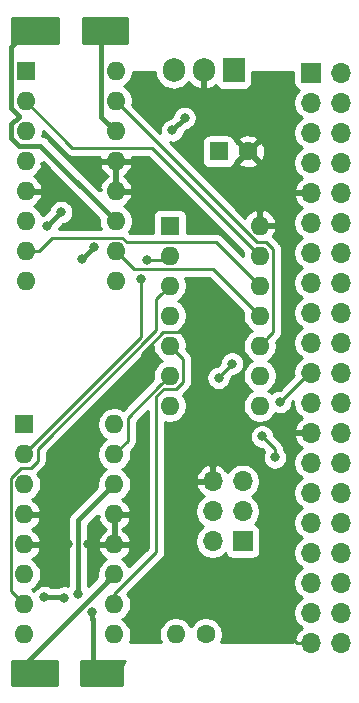
<source format=gbl>
G04 #@! TF.GenerationSoftware,KiCad,Pcbnew,5.1.5-52549c5~86~ubuntu18.04.1*
G04 #@! TF.CreationDate,2020-05-16T08:59:09-06:00*
G04 #@! TF.ProjectId,openturret-hat,6f70656e-7475-4727-9265-742d6861742e,rev?*
G04 #@! TF.SameCoordinates,Original*
G04 #@! TF.FileFunction,Copper,L2,Bot*
G04 #@! TF.FilePolarity,Positive*
%FSLAX46Y46*%
G04 Gerber Fmt 4.6, Leading zero omitted, Abs format (unit mm)*
G04 Created by KiCad (PCBNEW 5.1.5-52549c5~86~ubuntu18.04.1) date 2020-05-16 08:59:09*
%MOMM*%
%LPD*%
G04 APERTURE LIST*
%ADD10O,1.905000X2.000000*%
%ADD11R,1.905000X2.000000*%
%ADD12O,1.600000X1.600000*%
%ADD13R,1.600000X1.600000*%
%ADD14C,1.600000*%
%ADD15O,1.700000X1.700000*%
%ADD16R,1.700000X1.700000*%
%ADD17C,0.800000*%
%ADD18C,0.250000*%
%ADD19C,0.457200*%
%ADD20C,0.254000*%
G04 APERTURE END LIST*
D10*
X121285000Y-72644000D03*
X123825000Y-72644000D03*
D11*
X126365000Y-72644000D03*
D12*
X128587500Y-85788500D03*
X120967500Y-101028500D03*
X128587500Y-88328500D03*
X120967500Y-98488500D03*
X128587500Y-90868500D03*
X120967500Y-95948500D03*
X128587500Y-93408500D03*
X120967500Y-93408500D03*
X128587500Y-95948500D03*
X120967500Y-90868500D03*
X128587500Y-98488500D03*
X120967500Y-88328500D03*
X128587500Y-101028500D03*
D13*
X120967500Y-85788500D03*
D12*
X116395500Y-72707500D03*
X108775500Y-90487500D03*
X116395500Y-75247500D03*
X108775500Y-87947500D03*
X116395500Y-77787500D03*
X108775500Y-85407500D03*
X116395500Y-80327500D03*
X108775500Y-82867500D03*
X116395500Y-82867500D03*
X108775500Y-80327500D03*
X116395500Y-85407500D03*
X108775500Y-77787500D03*
X116395500Y-87947500D03*
X108775500Y-75247500D03*
X116395500Y-90487500D03*
D13*
X108775500Y-72707500D03*
D12*
X116268500Y-102616000D03*
X108648500Y-120396000D03*
X116268500Y-105156000D03*
X108648500Y-117856000D03*
X116268500Y-107696000D03*
X108648500Y-115316000D03*
X116268500Y-110236000D03*
X108648500Y-112776000D03*
X116268500Y-112776000D03*
X108648500Y-110236000D03*
X116268500Y-115316000D03*
X108648500Y-107696000D03*
X116268500Y-117856000D03*
X108648500Y-105156000D03*
X116268500Y-120396000D03*
D13*
X108648500Y-102616000D03*
D12*
X121475500Y-120396000D03*
D14*
X124015500Y-120396000D03*
D15*
X124587000Y-107442000D03*
X127127000Y-107442000D03*
X124587000Y-109982000D03*
X127127000Y-109982000D03*
X124587000Y-112522000D03*
D16*
X127127000Y-112522000D03*
D15*
X135466225Y-121106000D03*
X132926225Y-121106000D03*
X135466225Y-118566000D03*
X132926225Y-118566000D03*
X135466225Y-116026000D03*
X132926225Y-116026000D03*
X135466225Y-113486000D03*
X132926225Y-113486000D03*
X135466225Y-110946000D03*
X132926225Y-110946000D03*
X135466225Y-108406000D03*
X132926225Y-108406000D03*
X135466225Y-105866000D03*
X132926225Y-105866000D03*
X135466225Y-103326000D03*
X132926225Y-103326000D03*
X135466225Y-100786000D03*
X132926225Y-100786000D03*
X135466225Y-98246000D03*
X132926225Y-98246000D03*
X135466225Y-95706000D03*
X132926225Y-95706000D03*
X135466225Y-93166000D03*
X132926225Y-93166000D03*
X135466225Y-90626000D03*
X132926225Y-90626000D03*
X135466225Y-88086000D03*
X132926225Y-88086000D03*
X135466225Y-85546000D03*
X132926225Y-85546000D03*
X135466225Y-83006000D03*
X132926225Y-83006000D03*
X135466225Y-80466000D03*
X132926225Y-80466000D03*
X135466225Y-77926000D03*
X132926225Y-77926000D03*
X135466225Y-75386000D03*
X132926225Y-75386000D03*
X135466225Y-72846000D03*
D16*
X132926225Y-72846000D03*
D14*
X127595000Y-79502000D03*
D13*
X125095000Y-79502000D03*
D17*
X114049100Y-112776000D03*
X110236000Y-112776000D03*
X112391900Y-112776000D03*
X113538000Y-84582000D03*
X122174000Y-83566000D03*
X123952000Y-94488000D03*
X129857500Y-105410000D03*
X128778000Y-103632000D03*
X130302000Y-100711000D03*
X125095000Y-98679000D03*
X126238000Y-97472500D03*
X113220500Y-116967000D03*
X114418499Y-118491000D03*
X110359900Y-117243416D03*
X112017100Y-117284500D03*
X118554500Y-90297000D03*
X119062500Y-88709500D03*
X110553500Y-85852000D03*
X111760000Y-84645500D03*
X113533347Y-88650653D03*
X114558653Y-87625347D03*
X121158000Y-77724000D03*
X122225153Y-76656847D03*
D18*
X131724144Y-121106000D02*
X130760144Y-120142000D01*
X132926225Y-121106000D02*
X131724144Y-121106000D01*
X116268500Y-112776000D02*
X114049100Y-112776000D01*
X112391900Y-112776000D02*
X110236000Y-112776000D01*
X123825000Y-72644000D02*
X123825000Y-75311000D01*
X123825000Y-75311000D02*
X124206000Y-75692000D01*
X116395500Y-80327500D02*
X117919500Y-80327500D01*
X117919500Y-80327500D02*
X118872000Y-81280000D01*
X118681500Y-82867500D02*
X118872000Y-83058000D01*
X116395500Y-82867500D02*
X118681500Y-82867500D01*
D19*
X113538000Y-84582000D02*
X113030000Y-84074000D01*
X113030000Y-84074000D02*
X113030000Y-83820000D01*
X121475500Y-82867500D02*
X116395500Y-82867500D01*
X122174000Y-83566000D02*
X121475500Y-82867500D01*
D18*
X120427499Y-94823499D02*
X118618000Y-96632998D01*
X123050816Y-94823499D02*
X120427499Y-94823499D01*
X123952000Y-94488000D02*
X123386315Y-94488000D01*
X123386315Y-94488000D02*
X123050816Y-94823499D01*
X118618000Y-96632998D02*
X118618000Y-98298000D01*
X129857500Y-105410000D02*
X129857500Y-104711500D01*
X129857500Y-104711500D02*
X128778000Y-103632000D01*
X132767000Y-98246000D02*
X132926225Y-98246000D01*
X130302000Y-100711000D02*
X132767000Y-98246000D01*
X125095000Y-98679000D02*
X125095000Y-98615500D01*
X125095000Y-98615500D02*
X126238000Y-97472500D01*
X120167501Y-99288499D02*
X120967500Y-98488500D01*
X117393501Y-102062499D02*
X120167501Y-99288499D01*
X117393501Y-104030999D02*
X117393501Y-102062499D01*
X116268500Y-105156000D02*
X117393501Y-104030999D01*
X120167501Y-91668499D02*
X120967500Y-90868500D01*
X119842499Y-91993501D02*
X120167501Y-91668499D01*
X109773501Y-104667409D02*
X119842499Y-94598411D01*
X119842499Y-94598411D02*
X119842499Y-91993501D01*
X109188501Y-106281001D02*
X109773501Y-105696001D01*
X108398497Y-106281001D02*
X109188501Y-106281001D01*
X107523499Y-107155999D02*
X108398497Y-106281001D01*
X109773501Y-105696001D02*
X109773501Y-104667409D01*
X107523499Y-116730999D02*
X107523499Y-107155999D01*
X108648500Y-117856000D02*
X107523499Y-116730999D01*
D19*
X116268500Y-107696000D02*
X113220500Y-110744000D01*
X113220500Y-110744000D02*
X113220500Y-116967000D01*
X114418499Y-119056685D02*
X114427000Y-119065186D01*
X114418499Y-118491000D02*
X114418499Y-119056685D01*
X114427000Y-119065186D02*
X114427000Y-123317000D01*
X110359900Y-117243416D02*
X111976016Y-117243416D01*
X111976016Y-117243416D02*
X112017100Y-117284500D01*
X116268500Y-115316000D02*
X115039899Y-116544601D01*
X115039899Y-116544601D02*
X108267500Y-123317000D01*
D18*
X121767499Y-96748499D02*
X120967500Y-95948500D01*
X122092501Y-99028501D02*
X122092501Y-97073501D01*
X122092501Y-97073501D02*
X121767499Y-96748499D01*
X121507501Y-99613501D02*
X122092501Y-99028501D01*
X120478909Y-99613501D02*
X121507501Y-99613501D01*
X119842499Y-100249911D02*
X120478909Y-99613501D01*
X119842499Y-113407003D02*
X119842499Y-100249911D01*
X116268500Y-116981002D02*
X119842499Y-113407003D01*
X116268500Y-117856000D02*
X116268500Y-116981002D01*
X108648500Y-105156000D02*
X118554500Y-95250000D01*
X118554500Y-95250000D02*
X118554500Y-90297000D01*
X120586500Y-88709500D02*
X120967500Y-88328500D01*
X119062500Y-88709500D02*
X120586500Y-88709500D01*
X129387499Y-95148501D02*
X128587500Y-95948500D01*
X129712501Y-94823499D02*
X129387499Y-95148501D01*
X129712501Y-87788499D02*
X129712501Y-94823499D01*
X129127501Y-87203499D02*
X129712501Y-87788499D01*
X128351499Y-87203499D02*
X129127501Y-87203499D01*
X116395500Y-75247500D02*
X128351499Y-87203499D01*
X127787501Y-90068501D02*
X128587500Y-90868500D01*
X124922499Y-87203499D02*
X127787501Y-90068501D01*
X117316501Y-87203499D02*
X124922499Y-87203499D01*
X116935501Y-86822499D02*
X117316501Y-87203499D01*
X111031871Y-86822499D02*
X116935501Y-86822499D01*
X109906870Y-87947500D02*
X111031871Y-86822499D01*
X108775500Y-87947500D02*
X109906870Y-87947500D01*
D19*
X115166899Y-76558899D02*
X115166899Y-69491101D01*
X116395500Y-77787500D02*
X115166899Y-76558899D01*
X110553500Y-85852000D02*
X111760000Y-84645500D01*
X108185771Y-76476101D02*
X107546899Y-75837229D01*
X107546899Y-75837229D02*
X107546899Y-70634101D01*
X110004101Y-79016101D02*
X108185771Y-79016101D01*
X116395500Y-85407500D02*
X110004101Y-79016101D01*
X107546899Y-78377229D02*
X107546899Y-77197771D01*
X108185771Y-76558899D02*
X108185771Y-76476101D01*
X108185771Y-79016101D02*
X107546899Y-78377229D01*
X107546899Y-77197771D02*
X108185771Y-76558899D01*
X107546899Y-70634101D02*
X108775500Y-69405500D01*
D18*
X127787501Y-92608501D02*
X128587500Y-93408500D01*
X117901501Y-89453501D02*
X124632501Y-89453501D01*
X124632501Y-89453501D02*
X127787501Y-92608501D01*
X116395500Y-87947500D02*
X117901501Y-89453501D01*
X127787501Y-87528501D02*
X128587500Y-88328500D01*
X119461499Y-79202499D02*
X127787501Y-87528501D01*
X112730499Y-79202499D02*
X119461499Y-79202499D01*
X108775500Y-75247500D02*
X112730499Y-79202499D01*
D19*
X113533347Y-88650653D02*
X114558653Y-87625347D01*
X121158000Y-77724000D02*
X122225153Y-76656847D01*
D20*
G36*
X111506000Y-70358000D02*
G01*
X107619000Y-70358000D01*
X107619000Y-68249000D01*
X111506000Y-68249000D01*
X111506000Y-70358000D01*
G37*
X111506000Y-70358000D02*
X107619000Y-70358000D01*
X107619000Y-68249000D01*
X111506000Y-68249000D01*
X111506000Y-70358000D01*
G36*
X117348000Y-70358000D02*
G01*
X113601500Y-70358000D01*
X113601500Y-68249000D01*
X117348000Y-68249000D01*
X117348000Y-70358000D01*
G37*
X117348000Y-70358000D02*
X113601500Y-70358000D01*
X113601500Y-68249000D01*
X117348000Y-68249000D01*
X117348000Y-70358000D01*
G36*
X111379000Y-124664000D02*
G01*
X107619000Y-124664000D01*
X107619000Y-122682000D01*
X111379000Y-122682000D01*
X111379000Y-124664000D01*
G37*
X111379000Y-124664000D02*
X107619000Y-124664000D01*
X107619000Y-122682000D01*
X111379000Y-122682000D01*
X111379000Y-124664000D01*
G36*
X117115289Y-122703289D02*
G01*
X117029688Y-122807593D01*
X116966081Y-122926594D01*
X116926912Y-123055717D01*
X116913686Y-123190000D01*
X116917000Y-123223647D01*
X116917001Y-124664000D01*
X113474500Y-124664000D01*
X113474500Y-122682000D01*
X117141229Y-122682000D01*
X117115289Y-122703289D01*
G37*
X117115289Y-122703289D02*
X117029688Y-122807593D01*
X116966081Y-122926594D01*
X116926912Y-123055717D01*
X116913686Y-123190000D01*
X116917000Y-123223647D01*
X116917001Y-124664000D01*
X113474500Y-124664000D01*
X113474500Y-122682000D01*
X117141229Y-122682000D01*
X117115289Y-122703289D01*
G36*
X127188812Y-93084614D02*
G01*
X127152500Y-93267165D01*
X127152500Y-93549835D01*
X127207647Y-93827074D01*
X127315820Y-94088227D01*
X127472863Y-94323259D01*
X127672741Y-94523137D01*
X127905259Y-94678500D01*
X127672741Y-94833863D01*
X127472863Y-95033741D01*
X127315820Y-95268773D01*
X127207647Y-95529926D01*
X127152500Y-95807165D01*
X127152500Y-96089835D01*
X127207647Y-96367074D01*
X127315820Y-96628227D01*
X127472863Y-96863259D01*
X127672741Y-97063137D01*
X127905259Y-97218500D01*
X127672741Y-97373863D01*
X127472863Y-97573741D01*
X127315820Y-97808773D01*
X127207647Y-98069926D01*
X127152500Y-98347165D01*
X127152500Y-98629835D01*
X127207647Y-98907074D01*
X127315820Y-99168227D01*
X127472863Y-99403259D01*
X127672741Y-99603137D01*
X127905259Y-99758500D01*
X127672741Y-99913863D01*
X127472863Y-100113741D01*
X127315820Y-100348773D01*
X127207647Y-100609926D01*
X127152500Y-100887165D01*
X127152500Y-101169835D01*
X127207647Y-101447074D01*
X127315820Y-101708227D01*
X127472863Y-101943259D01*
X127672741Y-102143137D01*
X127907773Y-102300180D01*
X128168926Y-102408353D01*
X128446165Y-102463500D01*
X128728835Y-102463500D01*
X129006074Y-102408353D01*
X129267227Y-102300180D01*
X129502259Y-102143137D01*
X129702137Y-101943259D01*
X129859180Y-101708227D01*
X129880525Y-101656695D01*
X130000102Y-101706226D01*
X130200061Y-101746000D01*
X130403939Y-101746000D01*
X130603898Y-101706226D01*
X130792256Y-101628205D01*
X130961774Y-101514937D01*
X131105937Y-101370774D01*
X131219205Y-101201256D01*
X131297226Y-101012898D01*
X131337000Y-100812939D01*
X131337000Y-100750801D01*
X131441225Y-100646576D01*
X131441225Y-100932260D01*
X131498293Y-101219158D01*
X131610235Y-101489411D01*
X131772750Y-101732632D01*
X131979593Y-101939475D01*
X132161759Y-102061195D01*
X132044870Y-102130822D01*
X131828637Y-102325731D01*
X131654584Y-102559080D01*
X131529400Y-102821901D01*
X131484749Y-102969110D01*
X131606070Y-103199000D01*
X132799225Y-103199000D01*
X132799225Y-103179000D01*
X133053225Y-103179000D01*
X133053225Y-103199000D01*
X133073225Y-103199000D01*
X133073225Y-103453000D01*
X133053225Y-103453000D01*
X133053225Y-103473000D01*
X132799225Y-103473000D01*
X132799225Y-103453000D01*
X131606070Y-103453000D01*
X131484749Y-103682890D01*
X131529400Y-103830099D01*
X131654584Y-104092920D01*
X131828637Y-104326269D01*
X132044870Y-104521178D01*
X132161759Y-104590805D01*
X131979593Y-104712525D01*
X131772750Y-104919368D01*
X131610235Y-105162589D01*
X131498293Y-105432842D01*
X131441225Y-105719740D01*
X131441225Y-106012260D01*
X131498293Y-106299158D01*
X131610235Y-106569411D01*
X131772750Y-106812632D01*
X131979593Y-107019475D01*
X132153985Y-107136000D01*
X131979593Y-107252525D01*
X131772750Y-107459368D01*
X131610235Y-107702589D01*
X131498293Y-107972842D01*
X131441225Y-108259740D01*
X131441225Y-108552260D01*
X131498293Y-108839158D01*
X131610235Y-109109411D01*
X131772750Y-109352632D01*
X131979593Y-109559475D01*
X132153985Y-109676000D01*
X131979593Y-109792525D01*
X131772750Y-109999368D01*
X131610235Y-110242589D01*
X131498293Y-110512842D01*
X131441225Y-110799740D01*
X131441225Y-111092260D01*
X131498293Y-111379158D01*
X131610235Y-111649411D01*
X131772750Y-111892632D01*
X131979593Y-112099475D01*
X132153985Y-112216000D01*
X131979593Y-112332525D01*
X131772750Y-112539368D01*
X131610235Y-112782589D01*
X131498293Y-113052842D01*
X131441225Y-113339740D01*
X131441225Y-113632260D01*
X131498293Y-113919158D01*
X131610235Y-114189411D01*
X131772750Y-114432632D01*
X131979593Y-114639475D01*
X132153985Y-114756000D01*
X131979593Y-114872525D01*
X131772750Y-115079368D01*
X131610235Y-115322589D01*
X131498293Y-115592842D01*
X131441225Y-115879740D01*
X131441225Y-116172260D01*
X131498293Y-116459158D01*
X131610235Y-116729411D01*
X131772750Y-116972632D01*
X131979593Y-117179475D01*
X132153985Y-117296000D01*
X131979593Y-117412525D01*
X131772750Y-117619368D01*
X131610235Y-117862589D01*
X131498293Y-118132842D01*
X131441225Y-118419740D01*
X131441225Y-118712260D01*
X131498293Y-118999158D01*
X131610235Y-119269411D01*
X131772750Y-119512632D01*
X131979593Y-119719475D01*
X132161759Y-119841195D01*
X132044870Y-119910822D01*
X131828637Y-120105731D01*
X131654584Y-120339080D01*
X131529400Y-120601901D01*
X131484749Y-120749110D01*
X131606069Y-120978998D01*
X131441225Y-120978998D01*
X131441225Y-121031000D01*
X125305707Y-121031000D01*
X125395353Y-120814574D01*
X125450500Y-120537335D01*
X125450500Y-120254665D01*
X125395353Y-119977426D01*
X125287180Y-119716273D01*
X125130137Y-119481241D01*
X124930259Y-119281363D01*
X124695227Y-119124320D01*
X124434074Y-119016147D01*
X124156835Y-118961000D01*
X123874165Y-118961000D01*
X123596926Y-119016147D01*
X123335773Y-119124320D01*
X123100741Y-119281363D01*
X122900863Y-119481241D01*
X122745500Y-119713759D01*
X122590137Y-119481241D01*
X122390259Y-119281363D01*
X122155227Y-119124320D01*
X121894074Y-119016147D01*
X121616835Y-118961000D01*
X121334165Y-118961000D01*
X121056926Y-119016147D01*
X120795773Y-119124320D01*
X120560741Y-119281363D01*
X120360863Y-119481241D01*
X120203820Y-119716273D01*
X120095647Y-119977426D01*
X120040500Y-120254665D01*
X120040500Y-120537335D01*
X120095647Y-120814574D01*
X120185293Y-121031000D01*
X117558707Y-121031000D01*
X117648353Y-120814574D01*
X117703500Y-120537335D01*
X117703500Y-120254665D01*
X117648353Y-119977426D01*
X117540180Y-119716273D01*
X117383137Y-119481241D01*
X117183259Y-119281363D01*
X116950741Y-119126000D01*
X117183259Y-118970637D01*
X117383137Y-118770759D01*
X117540180Y-118535727D01*
X117648353Y-118274574D01*
X117703500Y-117997335D01*
X117703500Y-117714665D01*
X117648353Y-117437426D01*
X117540180Y-117176273D01*
X117383137Y-116941241D01*
X117383100Y-116941204D01*
X120353503Y-113970801D01*
X120382500Y-113947004D01*
X120477473Y-113831279D01*
X120548045Y-113699250D01*
X120591502Y-113555989D01*
X120602499Y-113444336D01*
X120602499Y-113444326D01*
X120606175Y-113407003D01*
X120602499Y-113369680D01*
X120602499Y-109835740D01*
X123102000Y-109835740D01*
X123102000Y-110128260D01*
X123159068Y-110415158D01*
X123271010Y-110685411D01*
X123433525Y-110928632D01*
X123640368Y-111135475D01*
X123814760Y-111252000D01*
X123640368Y-111368525D01*
X123433525Y-111575368D01*
X123271010Y-111818589D01*
X123159068Y-112088842D01*
X123102000Y-112375740D01*
X123102000Y-112668260D01*
X123159068Y-112955158D01*
X123271010Y-113225411D01*
X123433525Y-113468632D01*
X123640368Y-113675475D01*
X123883589Y-113837990D01*
X124153842Y-113949932D01*
X124440740Y-114007000D01*
X124733260Y-114007000D01*
X125020158Y-113949932D01*
X125290411Y-113837990D01*
X125533632Y-113675475D01*
X125665487Y-113543620D01*
X125687498Y-113616180D01*
X125746463Y-113726494D01*
X125825815Y-113823185D01*
X125922506Y-113902537D01*
X126032820Y-113961502D01*
X126152518Y-113997812D01*
X126277000Y-114010072D01*
X127977000Y-114010072D01*
X128101482Y-113997812D01*
X128221180Y-113961502D01*
X128331494Y-113902537D01*
X128428185Y-113823185D01*
X128507537Y-113726494D01*
X128566502Y-113616180D01*
X128602812Y-113496482D01*
X128615072Y-113372000D01*
X128615072Y-111672000D01*
X128602812Y-111547518D01*
X128566502Y-111427820D01*
X128507537Y-111317506D01*
X128428185Y-111220815D01*
X128331494Y-111141463D01*
X128221180Y-111082498D01*
X128148620Y-111060487D01*
X128280475Y-110928632D01*
X128442990Y-110685411D01*
X128554932Y-110415158D01*
X128612000Y-110128260D01*
X128612000Y-109835740D01*
X128554932Y-109548842D01*
X128442990Y-109278589D01*
X128280475Y-109035368D01*
X128073632Y-108828525D01*
X127899240Y-108712000D01*
X128073632Y-108595475D01*
X128280475Y-108388632D01*
X128442990Y-108145411D01*
X128554932Y-107875158D01*
X128612000Y-107588260D01*
X128612000Y-107295740D01*
X128554932Y-107008842D01*
X128442990Y-106738589D01*
X128280475Y-106495368D01*
X128073632Y-106288525D01*
X127830411Y-106126010D01*
X127560158Y-106014068D01*
X127273260Y-105957000D01*
X126980740Y-105957000D01*
X126693842Y-106014068D01*
X126423589Y-106126010D01*
X126180368Y-106288525D01*
X125973525Y-106495368D01*
X125855900Y-106671406D01*
X125684588Y-106441731D01*
X125468355Y-106246822D01*
X125218252Y-106097843D01*
X124943891Y-106000519D01*
X124714000Y-106121186D01*
X124714000Y-107315000D01*
X124734000Y-107315000D01*
X124734000Y-107569000D01*
X124714000Y-107569000D01*
X124714000Y-107589000D01*
X124460000Y-107589000D01*
X124460000Y-107569000D01*
X123266845Y-107569000D01*
X123145524Y-107798890D01*
X123190175Y-107946099D01*
X123315359Y-108208920D01*
X123489412Y-108442269D01*
X123705645Y-108637178D01*
X123822534Y-108706805D01*
X123640368Y-108828525D01*
X123433525Y-109035368D01*
X123271010Y-109278589D01*
X123159068Y-109548842D01*
X123102000Y-109835740D01*
X120602499Y-109835740D01*
X120602499Y-107085110D01*
X123145524Y-107085110D01*
X123266845Y-107315000D01*
X124460000Y-107315000D01*
X124460000Y-106121186D01*
X124230109Y-106000519D01*
X123955748Y-106097843D01*
X123705645Y-106246822D01*
X123489412Y-106441731D01*
X123315359Y-106675080D01*
X123190175Y-106937901D01*
X123145524Y-107085110D01*
X120602499Y-107085110D01*
X120602499Y-103530061D01*
X127743000Y-103530061D01*
X127743000Y-103733939D01*
X127782774Y-103933898D01*
X127860795Y-104122256D01*
X127974063Y-104291774D01*
X128118226Y-104435937D01*
X128287744Y-104549205D01*
X128476102Y-104627226D01*
X128676061Y-104667000D01*
X128738199Y-104667000D01*
X128960581Y-104889383D01*
X128940295Y-104919744D01*
X128862274Y-105108102D01*
X128822500Y-105308061D01*
X128822500Y-105511939D01*
X128862274Y-105711898D01*
X128940295Y-105900256D01*
X129053563Y-106069774D01*
X129197726Y-106213937D01*
X129367244Y-106327205D01*
X129555602Y-106405226D01*
X129755561Y-106445000D01*
X129959439Y-106445000D01*
X130159398Y-106405226D01*
X130347756Y-106327205D01*
X130517274Y-106213937D01*
X130661437Y-106069774D01*
X130774705Y-105900256D01*
X130852726Y-105711898D01*
X130892500Y-105511939D01*
X130892500Y-105308061D01*
X130852726Y-105108102D01*
X130774705Y-104919744D01*
X130661437Y-104750226D01*
X130621009Y-104709798D01*
X130606503Y-104562514D01*
X130563046Y-104419253D01*
X130492474Y-104287224D01*
X130421299Y-104200497D01*
X130397501Y-104171499D01*
X130368503Y-104147701D01*
X129813000Y-103592199D01*
X129813000Y-103530061D01*
X129773226Y-103330102D01*
X129695205Y-103141744D01*
X129581937Y-102972226D01*
X129437774Y-102828063D01*
X129268256Y-102714795D01*
X129079898Y-102636774D01*
X128879939Y-102597000D01*
X128676061Y-102597000D01*
X128476102Y-102636774D01*
X128287744Y-102714795D01*
X128118226Y-102828063D01*
X127974063Y-102972226D01*
X127860795Y-103141744D01*
X127782774Y-103330102D01*
X127743000Y-103530061D01*
X120602499Y-103530061D01*
X120602499Y-102419009D01*
X120826165Y-102463500D01*
X121108835Y-102463500D01*
X121386074Y-102408353D01*
X121647227Y-102300180D01*
X121882259Y-102143137D01*
X122082137Y-101943259D01*
X122239180Y-101708227D01*
X122347353Y-101447074D01*
X122402500Y-101169835D01*
X122402500Y-100887165D01*
X122347353Y-100609926D01*
X122239180Y-100348773D01*
X122082137Y-100113741D01*
X122082100Y-100113704D01*
X122603505Y-99592299D01*
X122632502Y-99568502D01*
X122700018Y-99486234D01*
X122727475Y-99452778D01*
X122798047Y-99320748D01*
X122819364Y-99250474D01*
X122841504Y-99177487D01*
X122852501Y-99065834D01*
X122852501Y-99065824D01*
X122856177Y-99028501D01*
X122852501Y-98991178D01*
X122852501Y-98577061D01*
X124060000Y-98577061D01*
X124060000Y-98780939D01*
X124099774Y-98980898D01*
X124177795Y-99169256D01*
X124291063Y-99338774D01*
X124435226Y-99482937D01*
X124604744Y-99596205D01*
X124793102Y-99674226D01*
X124993061Y-99714000D01*
X125196939Y-99714000D01*
X125396898Y-99674226D01*
X125585256Y-99596205D01*
X125754774Y-99482937D01*
X125898937Y-99338774D01*
X126012205Y-99169256D01*
X126090226Y-98980898D01*
X126130000Y-98780939D01*
X126130000Y-98655301D01*
X126277802Y-98507500D01*
X126339939Y-98507500D01*
X126539898Y-98467726D01*
X126728256Y-98389705D01*
X126897774Y-98276437D01*
X127041937Y-98132274D01*
X127155205Y-97962756D01*
X127233226Y-97774398D01*
X127273000Y-97574439D01*
X127273000Y-97370561D01*
X127233226Y-97170602D01*
X127155205Y-96982244D01*
X127041937Y-96812726D01*
X126897774Y-96668563D01*
X126728256Y-96555295D01*
X126539898Y-96477274D01*
X126339939Y-96437500D01*
X126136061Y-96437500D01*
X125936102Y-96477274D01*
X125747744Y-96555295D01*
X125578226Y-96668563D01*
X125434063Y-96812726D01*
X125320795Y-96982244D01*
X125242774Y-97170602D01*
X125203000Y-97370561D01*
X125203000Y-97432698D01*
X124991360Y-97644338D01*
X124793102Y-97683774D01*
X124604744Y-97761795D01*
X124435226Y-97875063D01*
X124291063Y-98019226D01*
X124177795Y-98188744D01*
X124099774Y-98377102D01*
X124060000Y-98577061D01*
X122852501Y-98577061D01*
X122852501Y-97110823D01*
X122856177Y-97073500D01*
X122852501Y-97036177D01*
X122852501Y-97036168D01*
X122841504Y-96924515D01*
X122798047Y-96781254D01*
X122727475Y-96649225D01*
X122632502Y-96533500D01*
X122603498Y-96509697D01*
X122366188Y-96272387D01*
X122402500Y-96089835D01*
X122402500Y-95807165D01*
X122347353Y-95529926D01*
X122239180Y-95268773D01*
X122082137Y-95033741D01*
X121882259Y-94833863D01*
X121649741Y-94678500D01*
X121882259Y-94523137D01*
X122082137Y-94323259D01*
X122239180Y-94088227D01*
X122347353Y-93827074D01*
X122402500Y-93549835D01*
X122402500Y-93267165D01*
X122347353Y-92989926D01*
X122239180Y-92728773D01*
X122082137Y-92493741D01*
X121882259Y-92293863D01*
X121649741Y-92138500D01*
X121882259Y-91983137D01*
X122082137Y-91783259D01*
X122239180Y-91548227D01*
X122347353Y-91287074D01*
X122402500Y-91009835D01*
X122402500Y-90727165D01*
X122347353Y-90449926D01*
X122249423Y-90213501D01*
X124317700Y-90213501D01*
X127188812Y-93084614D01*
G37*
X127188812Y-93084614D02*
X127152500Y-93267165D01*
X127152500Y-93549835D01*
X127207647Y-93827074D01*
X127315820Y-94088227D01*
X127472863Y-94323259D01*
X127672741Y-94523137D01*
X127905259Y-94678500D01*
X127672741Y-94833863D01*
X127472863Y-95033741D01*
X127315820Y-95268773D01*
X127207647Y-95529926D01*
X127152500Y-95807165D01*
X127152500Y-96089835D01*
X127207647Y-96367074D01*
X127315820Y-96628227D01*
X127472863Y-96863259D01*
X127672741Y-97063137D01*
X127905259Y-97218500D01*
X127672741Y-97373863D01*
X127472863Y-97573741D01*
X127315820Y-97808773D01*
X127207647Y-98069926D01*
X127152500Y-98347165D01*
X127152500Y-98629835D01*
X127207647Y-98907074D01*
X127315820Y-99168227D01*
X127472863Y-99403259D01*
X127672741Y-99603137D01*
X127905259Y-99758500D01*
X127672741Y-99913863D01*
X127472863Y-100113741D01*
X127315820Y-100348773D01*
X127207647Y-100609926D01*
X127152500Y-100887165D01*
X127152500Y-101169835D01*
X127207647Y-101447074D01*
X127315820Y-101708227D01*
X127472863Y-101943259D01*
X127672741Y-102143137D01*
X127907773Y-102300180D01*
X128168926Y-102408353D01*
X128446165Y-102463500D01*
X128728835Y-102463500D01*
X129006074Y-102408353D01*
X129267227Y-102300180D01*
X129502259Y-102143137D01*
X129702137Y-101943259D01*
X129859180Y-101708227D01*
X129880525Y-101656695D01*
X130000102Y-101706226D01*
X130200061Y-101746000D01*
X130403939Y-101746000D01*
X130603898Y-101706226D01*
X130792256Y-101628205D01*
X130961774Y-101514937D01*
X131105937Y-101370774D01*
X131219205Y-101201256D01*
X131297226Y-101012898D01*
X131337000Y-100812939D01*
X131337000Y-100750801D01*
X131441225Y-100646576D01*
X131441225Y-100932260D01*
X131498293Y-101219158D01*
X131610235Y-101489411D01*
X131772750Y-101732632D01*
X131979593Y-101939475D01*
X132161759Y-102061195D01*
X132044870Y-102130822D01*
X131828637Y-102325731D01*
X131654584Y-102559080D01*
X131529400Y-102821901D01*
X131484749Y-102969110D01*
X131606070Y-103199000D01*
X132799225Y-103199000D01*
X132799225Y-103179000D01*
X133053225Y-103179000D01*
X133053225Y-103199000D01*
X133073225Y-103199000D01*
X133073225Y-103453000D01*
X133053225Y-103453000D01*
X133053225Y-103473000D01*
X132799225Y-103473000D01*
X132799225Y-103453000D01*
X131606070Y-103453000D01*
X131484749Y-103682890D01*
X131529400Y-103830099D01*
X131654584Y-104092920D01*
X131828637Y-104326269D01*
X132044870Y-104521178D01*
X132161759Y-104590805D01*
X131979593Y-104712525D01*
X131772750Y-104919368D01*
X131610235Y-105162589D01*
X131498293Y-105432842D01*
X131441225Y-105719740D01*
X131441225Y-106012260D01*
X131498293Y-106299158D01*
X131610235Y-106569411D01*
X131772750Y-106812632D01*
X131979593Y-107019475D01*
X132153985Y-107136000D01*
X131979593Y-107252525D01*
X131772750Y-107459368D01*
X131610235Y-107702589D01*
X131498293Y-107972842D01*
X131441225Y-108259740D01*
X131441225Y-108552260D01*
X131498293Y-108839158D01*
X131610235Y-109109411D01*
X131772750Y-109352632D01*
X131979593Y-109559475D01*
X132153985Y-109676000D01*
X131979593Y-109792525D01*
X131772750Y-109999368D01*
X131610235Y-110242589D01*
X131498293Y-110512842D01*
X131441225Y-110799740D01*
X131441225Y-111092260D01*
X131498293Y-111379158D01*
X131610235Y-111649411D01*
X131772750Y-111892632D01*
X131979593Y-112099475D01*
X132153985Y-112216000D01*
X131979593Y-112332525D01*
X131772750Y-112539368D01*
X131610235Y-112782589D01*
X131498293Y-113052842D01*
X131441225Y-113339740D01*
X131441225Y-113632260D01*
X131498293Y-113919158D01*
X131610235Y-114189411D01*
X131772750Y-114432632D01*
X131979593Y-114639475D01*
X132153985Y-114756000D01*
X131979593Y-114872525D01*
X131772750Y-115079368D01*
X131610235Y-115322589D01*
X131498293Y-115592842D01*
X131441225Y-115879740D01*
X131441225Y-116172260D01*
X131498293Y-116459158D01*
X131610235Y-116729411D01*
X131772750Y-116972632D01*
X131979593Y-117179475D01*
X132153985Y-117296000D01*
X131979593Y-117412525D01*
X131772750Y-117619368D01*
X131610235Y-117862589D01*
X131498293Y-118132842D01*
X131441225Y-118419740D01*
X131441225Y-118712260D01*
X131498293Y-118999158D01*
X131610235Y-119269411D01*
X131772750Y-119512632D01*
X131979593Y-119719475D01*
X132161759Y-119841195D01*
X132044870Y-119910822D01*
X131828637Y-120105731D01*
X131654584Y-120339080D01*
X131529400Y-120601901D01*
X131484749Y-120749110D01*
X131606069Y-120978998D01*
X131441225Y-120978998D01*
X131441225Y-121031000D01*
X125305707Y-121031000D01*
X125395353Y-120814574D01*
X125450500Y-120537335D01*
X125450500Y-120254665D01*
X125395353Y-119977426D01*
X125287180Y-119716273D01*
X125130137Y-119481241D01*
X124930259Y-119281363D01*
X124695227Y-119124320D01*
X124434074Y-119016147D01*
X124156835Y-118961000D01*
X123874165Y-118961000D01*
X123596926Y-119016147D01*
X123335773Y-119124320D01*
X123100741Y-119281363D01*
X122900863Y-119481241D01*
X122745500Y-119713759D01*
X122590137Y-119481241D01*
X122390259Y-119281363D01*
X122155227Y-119124320D01*
X121894074Y-119016147D01*
X121616835Y-118961000D01*
X121334165Y-118961000D01*
X121056926Y-119016147D01*
X120795773Y-119124320D01*
X120560741Y-119281363D01*
X120360863Y-119481241D01*
X120203820Y-119716273D01*
X120095647Y-119977426D01*
X120040500Y-120254665D01*
X120040500Y-120537335D01*
X120095647Y-120814574D01*
X120185293Y-121031000D01*
X117558707Y-121031000D01*
X117648353Y-120814574D01*
X117703500Y-120537335D01*
X117703500Y-120254665D01*
X117648353Y-119977426D01*
X117540180Y-119716273D01*
X117383137Y-119481241D01*
X117183259Y-119281363D01*
X116950741Y-119126000D01*
X117183259Y-118970637D01*
X117383137Y-118770759D01*
X117540180Y-118535727D01*
X117648353Y-118274574D01*
X117703500Y-117997335D01*
X117703500Y-117714665D01*
X117648353Y-117437426D01*
X117540180Y-117176273D01*
X117383137Y-116941241D01*
X117383100Y-116941204D01*
X120353503Y-113970801D01*
X120382500Y-113947004D01*
X120477473Y-113831279D01*
X120548045Y-113699250D01*
X120591502Y-113555989D01*
X120602499Y-113444336D01*
X120602499Y-113444326D01*
X120606175Y-113407003D01*
X120602499Y-113369680D01*
X120602499Y-109835740D01*
X123102000Y-109835740D01*
X123102000Y-110128260D01*
X123159068Y-110415158D01*
X123271010Y-110685411D01*
X123433525Y-110928632D01*
X123640368Y-111135475D01*
X123814760Y-111252000D01*
X123640368Y-111368525D01*
X123433525Y-111575368D01*
X123271010Y-111818589D01*
X123159068Y-112088842D01*
X123102000Y-112375740D01*
X123102000Y-112668260D01*
X123159068Y-112955158D01*
X123271010Y-113225411D01*
X123433525Y-113468632D01*
X123640368Y-113675475D01*
X123883589Y-113837990D01*
X124153842Y-113949932D01*
X124440740Y-114007000D01*
X124733260Y-114007000D01*
X125020158Y-113949932D01*
X125290411Y-113837990D01*
X125533632Y-113675475D01*
X125665487Y-113543620D01*
X125687498Y-113616180D01*
X125746463Y-113726494D01*
X125825815Y-113823185D01*
X125922506Y-113902537D01*
X126032820Y-113961502D01*
X126152518Y-113997812D01*
X126277000Y-114010072D01*
X127977000Y-114010072D01*
X128101482Y-113997812D01*
X128221180Y-113961502D01*
X128331494Y-113902537D01*
X128428185Y-113823185D01*
X128507537Y-113726494D01*
X128566502Y-113616180D01*
X128602812Y-113496482D01*
X128615072Y-113372000D01*
X128615072Y-111672000D01*
X128602812Y-111547518D01*
X128566502Y-111427820D01*
X128507537Y-111317506D01*
X128428185Y-111220815D01*
X128331494Y-111141463D01*
X128221180Y-111082498D01*
X128148620Y-111060487D01*
X128280475Y-110928632D01*
X128442990Y-110685411D01*
X128554932Y-110415158D01*
X128612000Y-110128260D01*
X128612000Y-109835740D01*
X128554932Y-109548842D01*
X128442990Y-109278589D01*
X128280475Y-109035368D01*
X128073632Y-108828525D01*
X127899240Y-108712000D01*
X128073632Y-108595475D01*
X128280475Y-108388632D01*
X128442990Y-108145411D01*
X128554932Y-107875158D01*
X128612000Y-107588260D01*
X128612000Y-107295740D01*
X128554932Y-107008842D01*
X128442990Y-106738589D01*
X128280475Y-106495368D01*
X128073632Y-106288525D01*
X127830411Y-106126010D01*
X127560158Y-106014068D01*
X127273260Y-105957000D01*
X126980740Y-105957000D01*
X126693842Y-106014068D01*
X126423589Y-106126010D01*
X126180368Y-106288525D01*
X125973525Y-106495368D01*
X125855900Y-106671406D01*
X125684588Y-106441731D01*
X125468355Y-106246822D01*
X125218252Y-106097843D01*
X124943891Y-106000519D01*
X124714000Y-106121186D01*
X124714000Y-107315000D01*
X124734000Y-107315000D01*
X124734000Y-107569000D01*
X124714000Y-107569000D01*
X124714000Y-107589000D01*
X124460000Y-107589000D01*
X124460000Y-107569000D01*
X123266845Y-107569000D01*
X123145524Y-107798890D01*
X123190175Y-107946099D01*
X123315359Y-108208920D01*
X123489412Y-108442269D01*
X123705645Y-108637178D01*
X123822534Y-108706805D01*
X123640368Y-108828525D01*
X123433525Y-109035368D01*
X123271010Y-109278589D01*
X123159068Y-109548842D01*
X123102000Y-109835740D01*
X120602499Y-109835740D01*
X120602499Y-107085110D01*
X123145524Y-107085110D01*
X123266845Y-107315000D01*
X124460000Y-107315000D01*
X124460000Y-106121186D01*
X124230109Y-106000519D01*
X123955748Y-106097843D01*
X123705645Y-106246822D01*
X123489412Y-106441731D01*
X123315359Y-106675080D01*
X123190175Y-106937901D01*
X123145524Y-107085110D01*
X120602499Y-107085110D01*
X120602499Y-103530061D01*
X127743000Y-103530061D01*
X127743000Y-103733939D01*
X127782774Y-103933898D01*
X127860795Y-104122256D01*
X127974063Y-104291774D01*
X128118226Y-104435937D01*
X128287744Y-104549205D01*
X128476102Y-104627226D01*
X128676061Y-104667000D01*
X128738199Y-104667000D01*
X128960581Y-104889383D01*
X128940295Y-104919744D01*
X128862274Y-105108102D01*
X128822500Y-105308061D01*
X128822500Y-105511939D01*
X128862274Y-105711898D01*
X128940295Y-105900256D01*
X129053563Y-106069774D01*
X129197726Y-106213937D01*
X129367244Y-106327205D01*
X129555602Y-106405226D01*
X129755561Y-106445000D01*
X129959439Y-106445000D01*
X130159398Y-106405226D01*
X130347756Y-106327205D01*
X130517274Y-106213937D01*
X130661437Y-106069774D01*
X130774705Y-105900256D01*
X130852726Y-105711898D01*
X130892500Y-105511939D01*
X130892500Y-105308061D01*
X130852726Y-105108102D01*
X130774705Y-104919744D01*
X130661437Y-104750226D01*
X130621009Y-104709798D01*
X130606503Y-104562514D01*
X130563046Y-104419253D01*
X130492474Y-104287224D01*
X130421299Y-104200497D01*
X130397501Y-104171499D01*
X130368503Y-104147701D01*
X129813000Y-103592199D01*
X129813000Y-103530061D01*
X129773226Y-103330102D01*
X129695205Y-103141744D01*
X129581937Y-102972226D01*
X129437774Y-102828063D01*
X129268256Y-102714795D01*
X129079898Y-102636774D01*
X128879939Y-102597000D01*
X128676061Y-102597000D01*
X128476102Y-102636774D01*
X128287744Y-102714795D01*
X128118226Y-102828063D01*
X127974063Y-102972226D01*
X127860795Y-103141744D01*
X127782774Y-103330102D01*
X127743000Y-103530061D01*
X120602499Y-103530061D01*
X120602499Y-102419009D01*
X120826165Y-102463500D01*
X121108835Y-102463500D01*
X121386074Y-102408353D01*
X121647227Y-102300180D01*
X121882259Y-102143137D01*
X122082137Y-101943259D01*
X122239180Y-101708227D01*
X122347353Y-101447074D01*
X122402500Y-101169835D01*
X122402500Y-100887165D01*
X122347353Y-100609926D01*
X122239180Y-100348773D01*
X122082137Y-100113741D01*
X122082100Y-100113704D01*
X122603505Y-99592299D01*
X122632502Y-99568502D01*
X122700018Y-99486234D01*
X122727475Y-99452778D01*
X122798047Y-99320748D01*
X122819364Y-99250474D01*
X122841504Y-99177487D01*
X122852501Y-99065834D01*
X122852501Y-99065824D01*
X122856177Y-99028501D01*
X122852501Y-98991178D01*
X122852501Y-98577061D01*
X124060000Y-98577061D01*
X124060000Y-98780939D01*
X124099774Y-98980898D01*
X124177795Y-99169256D01*
X124291063Y-99338774D01*
X124435226Y-99482937D01*
X124604744Y-99596205D01*
X124793102Y-99674226D01*
X124993061Y-99714000D01*
X125196939Y-99714000D01*
X125396898Y-99674226D01*
X125585256Y-99596205D01*
X125754774Y-99482937D01*
X125898937Y-99338774D01*
X126012205Y-99169256D01*
X126090226Y-98980898D01*
X126130000Y-98780939D01*
X126130000Y-98655301D01*
X126277802Y-98507500D01*
X126339939Y-98507500D01*
X126539898Y-98467726D01*
X126728256Y-98389705D01*
X126897774Y-98276437D01*
X127041937Y-98132274D01*
X127155205Y-97962756D01*
X127233226Y-97774398D01*
X127273000Y-97574439D01*
X127273000Y-97370561D01*
X127233226Y-97170602D01*
X127155205Y-96982244D01*
X127041937Y-96812726D01*
X126897774Y-96668563D01*
X126728256Y-96555295D01*
X126539898Y-96477274D01*
X126339939Y-96437500D01*
X126136061Y-96437500D01*
X125936102Y-96477274D01*
X125747744Y-96555295D01*
X125578226Y-96668563D01*
X125434063Y-96812726D01*
X125320795Y-96982244D01*
X125242774Y-97170602D01*
X125203000Y-97370561D01*
X125203000Y-97432698D01*
X124991360Y-97644338D01*
X124793102Y-97683774D01*
X124604744Y-97761795D01*
X124435226Y-97875063D01*
X124291063Y-98019226D01*
X124177795Y-98188744D01*
X124099774Y-98377102D01*
X124060000Y-98577061D01*
X122852501Y-98577061D01*
X122852501Y-97110823D01*
X122856177Y-97073500D01*
X122852501Y-97036177D01*
X122852501Y-97036168D01*
X122841504Y-96924515D01*
X122798047Y-96781254D01*
X122727475Y-96649225D01*
X122632502Y-96533500D01*
X122603498Y-96509697D01*
X122366188Y-96272387D01*
X122402500Y-96089835D01*
X122402500Y-95807165D01*
X122347353Y-95529926D01*
X122239180Y-95268773D01*
X122082137Y-95033741D01*
X121882259Y-94833863D01*
X121649741Y-94678500D01*
X121882259Y-94523137D01*
X122082137Y-94323259D01*
X122239180Y-94088227D01*
X122347353Y-93827074D01*
X122402500Y-93549835D01*
X122402500Y-93267165D01*
X122347353Y-92989926D01*
X122239180Y-92728773D01*
X122082137Y-92493741D01*
X121882259Y-92293863D01*
X121649741Y-92138500D01*
X121882259Y-91983137D01*
X122082137Y-91783259D01*
X122239180Y-91548227D01*
X122347353Y-91287074D01*
X122402500Y-91009835D01*
X122402500Y-90727165D01*
X122347353Y-90449926D01*
X122249423Y-90213501D01*
X124317700Y-90213501D01*
X127188812Y-93084614D01*
G36*
X119532500Y-96089835D02*
G01*
X119587647Y-96367074D01*
X119695820Y-96628227D01*
X119852863Y-96863259D01*
X120052741Y-97063137D01*
X120285259Y-97218500D01*
X120052741Y-97373863D01*
X119852863Y-97573741D01*
X119695820Y-97808773D01*
X119587647Y-98069926D01*
X119532500Y-98347165D01*
X119532500Y-98629835D01*
X119568812Y-98812385D01*
X117001370Y-101379829D01*
X116948227Y-101344320D01*
X116687074Y-101236147D01*
X116409835Y-101181000D01*
X116127165Y-101181000D01*
X115849926Y-101236147D01*
X115588773Y-101344320D01*
X115353741Y-101501363D01*
X115153863Y-101701241D01*
X114996820Y-101936273D01*
X114888647Y-102197426D01*
X114833500Y-102474665D01*
X114833500Y-102757335D01*
X114888647Y-103034574D01*
X114996820Y-103295727D01*
X115153863Y-103530759D01*
X115353741Y-103730637D01*
X115586259Y-103886000D01*
X115353741Y-104041363D01*
X115153863Y-104241241D01*
X114996820Y-104476273D01*
X114888647Y-104737426D01*
X114833500Y-105014665D01*
X114833500Y-105297335D01*
X114888647Y-105574574D01*
X114996820Y-105835727D01*
X115153863Y-106070759D01*
X115353741Y-106270637D01*
X115586259Y-106426000D01*
X115353741Y-106581363D01*
X115153863Y-106781241D01*
X114996820Y-107016273D01*
X114888647Y-107277426D01*
X114833500Y-107554665D01*
X114833500Y-107837335D01*
X114845504Y-107897682D01*
X112639851Y-110103336D01*
X112606888Y-110130388D01*
X112498969Y-110261889D01*
X112418778Y-110411917D01*
X112369396Y-110574705D01*
X112369396Y-110574706D01*
X112352722Y-110744000D01*
X112356900Y-110786420D01*
X112356901Y-116304974D01*
X112318998Y-116289274D01*
X112119039Y-116249500D01*
X111915161Y-116249500D01*
X111715202Y-116289274D01*
X111526844Y-116367295D01*
X111508105Y-116379816D01*
X110930382Y-116379816D01*
X110850156Y-116326211D01*
X110661798Y-116248190D01*
X110461839Y-116208416D01*
X110257961Y-116208416D01*
X110058002Y-116248190D01*
X109869644Y-116326211D01*
X109700126Y-116439479D01*
X109555963Y-116583642D01*
X109485357Y-116689311D01*
X109330741Y-116586000D01*
X109563259Y-116430637D01*
X109763137Y-116230759D01*
X109920180Y-115995727D01*
X110028353Y-115734574D01*
X110083500Y-115457335D01*
X110083500Y-115174665D01*
X110028353Y-114897426D01*
X109920180Y-114636273D01*
X109763137Y-114401241D01*
X109563259Y-114201363D01*
X109328227Y-114044320D01*
X109317635Y-114039933D01*
X109503631Y-113928385D01*
X109712019Y-113739414D01*
X109879537Y-113513420D01*
X109999746Y-113259087D01*
X110040404Y-113125039D01*
X109918415Y-112903000D01*
X108839000Y-112903000D01*
X108839000Y-112649000D01*
X109918415Y-112649000D01*
X110040404Y-112426961D01*
X109999746Y-112292913D01*
X109879537Y-112038580D01*
X109712019Y-111812586D01*
X109503631Y-111623615D01*
X109307518Y-111506000D01*
X109503631Y-111388385D01*
X109712019Y-111199414D01*
X109879537Y-110973420D01*
X109999746Y-110719087D01*
X110040404Y-110585039D01*
X109918415Y-110363000D01*
X108839000Y-110363000D01*
X108839000Y-110109000D01*
X109918415Y-110109000D01*
X110040404Y-109886961D01*
X109999746Y-109752913D01*
X109879537Y-109498580D01*
X109712019Y-109272586D01*
X109503631Y-109083615D01*
X109317635Y-108972067D01*
X109328227Y-108967680D01*
X109563259Y-108810637D01*
X109763137Y-108610759D01*
X109920180Y-108375727D01*
X110028353Y-108114574D01*
X110083500Y-107837335D01*
X110083500Y-107554665D01*
X110028353Y-107277426D01*
X109920180Y-107016273D01*
X109763137Y-106781241D01*
X109763100Y-106781204D01*
X110284505Y-106259799D01*
X110313502Y-106236002D01*
X110364651Y-106173677D01*
X110408475Y-106120278D01*
X110479047Y-105988248D01*
X110490649Y-105950001D01*
X110522504Y-105844987D01*
X110533501Y-105733334D01*
X110533501Y-105733324D01*
X110537177Y-105696001D01*
X110533501Y-105658678D01*
X110533501Y-104982210D01*
X119532500Y-95983212D01*
X119532500Y-96089835D01*
G37*
X119532500Y-96089835D02*
X119587647Y-96367074D01*
X119695820Y-96628227D01*
X119852863Y-96863259D01*
X120052741Y-97063137D01*
X120285259Y-97218500D01*
X120052741Y-97373863D01*
X119852863Y-97573741D01*
X119695820Y-97808773D01*
X119587647Y-98069926D01*
X119532500Y-98347165D01*
X119532500Y-98629835D01*
X119568812Y-98812385D01*
X117001370Y-101379829D01*
X116948227Y-101344320D01*
X116687074Y-101236147D01*
X116409835Y-101181000D01*
X116127165Y-101181000D01*
X115849926Y-101236147D01*
X115588773Y-101344320D01*
X115353741Y-101501363D01*
X115153863Y-101701241D01*
X114996820Y-101936273D01*
X114888647Y-102197426D01*
X114833500Y-102474665D01*
X114833500Y-102757335D01*
X114888647Y-103034574D01*
X114996820Y-103295727D01*
X115153863Y-103530759D01*
X115353741Y-103730637D01*
X115586259Y-103886000D01*
X115353741Y-104041363D01*
X115153863Y-104241241D01*
X114996820Y-104476273D01*
X114888647Y-104737426D01*
X114833500Y-105014665D01*
X114833500Y-105297335D01*
X114888647Y-105574574D01*
X114996820Y-105835727D01*
X115153863Y-106070759D01*
X115353741Y-106270637D01*
X115586259Y-106426000D01*
X115353741Y-106581363D01*
X115153863Y-106781241D01*
X114996820Y-107016273D01*
X114888647Y-107277426D01*
X114833500Y-107554665D01*
X114833500Y-107837335D01*
X114845504Y-107897682D01*
X112639851Y-110103336D01*
X112606888Y-110130388D01*
X112498969Y-110261889D01*
X112418778Y-110411917D01*
X112369396Y-110574705D01*
X112369396Y-110574706D01*
X112352722Y-110744000D01*
X112356900Y-110786420D01*
X112356901Y-116304974D01*
X112318998Y-116289274D01*
X112119039Y-116249500D01*
X111915161Y-116249500D01*
X111715202Y-116289274D01*
X111526844Y-116367295D01*
X111508105Y-116379816D01*
X110930382Y-116379816D01*
X110850156Y-116326211D01*
X110661798Y-116248190D01*
X110461839Y-116208416D01*
X110257961Y-116208416D01*
X110058002Y-116248190D01*
X109869644Y-116326211D01*
X109700126Y-116439479D01*
X109555963Y-116583642D01*
X109485357Y-116689311D01*
X109330741Y-116586000D01*
X109563259Y-116430637D01*
X109763137Y-116230759D01*
X109920180Y-115995727D01*
X110028353Y-115734574D01*
X110083500Y-115457335D01*
X110083500Y-115174665D01*
X110028353Y-114897426D01*
X109920180Y-114636273D01*
X109763137Y-114401241D01*
X109563259Y-114201363D01*
X109328227Y-114044320D01*
X109317635Y-114039933D01*
X109503631Y-113928385D01*
X109712019Y-113739414D01*
X109879537Y-113513420D01*
X109999746Y-113259087D01*
X110040404Y-113125039D01*
X109918415Y-112903000D01*
X108839000Y-112903000D01*
X108839000Y-112649000D01*
X109918415Y-112649000D01*
X110040404Y-112426961D01*
X109999746Y-112292913D01*
X109879537Y-112038580D01*
X109712019Y-111812586D01*
X109503631Y-111623615D01*
X109307518Y-111506000D01*
X109503631Y-111388385D01*
X109712019Y-111199414D01*
X109879537Y-110973420D01*
X109999746Y-110719087D01*
X110040404Y-110585039D01*
X109918415Y-110363000D01*
X108839000Y-110363000D01*
X108839000Y-110109000D01*
X109918415Y-110109000D01*
X110040404Y-109886961D01*
X109999746Y-109752913D01*
X109879537Y-109498580D01*
X109712019Y-109272586D01*
X109503631Y-109083615D01*
X109317635Y-108972067D01*
X109328227Y-108967680D01*
X109563259Y-108810637D01*
X109763137Y-108610759D01*
X109920180Y-108375727D01*
X110028353Y-108114574D01*
X110083500Y-107837335D01*
X110083500Y-107554665D01*
X110028353Y-107277426D01*
X109920180Y-107016273D01*
X109763137Y-106781241D01*
X109763100Y-106781204D01*
X110284505Y-106259799D01*
X110313502Y-106236002D01*
X110364651Y-106173677D01*
X110408475Y-106120278D01*
X110479047Y-105988248D01*
X110490649Y-105950001D01*
X110522504Y-105844987D01*
X110533501Y-105733334D01*
X110533501Y-105733324D01*
X110537177Y-105696001D01*
X110533501Y-105658678D01*
X110533501Y-104982210D01*
X119532500Y-95983212D01*
X119532500Y-96089835D01*
G36*
X119082499Y-113092201D02*
G01*
X117539478Y-114635222D01*
X117383137Y-114401241D01*
X117183259Y-114201363D01*
X116948227Y-114044320D01*
X116937635Y-114039933D01*
X117123631Y-113928385D01*
X117332019Y-113739414D01*
X117499537Y-113513420D01*
X117619746Y-113259087D01*
X117660404Y-113125039D01*
X117538415Y-112903000D01*
X116395500Y-112903000D01*
X116395500Y-112923000D01*
X116141500Y-112923000D01*
X116141500Y-112903000D01*
X114998585Y-112903000D01*
X114876596Y-113125039D01*
X114917254Y-113259087D01*
X115037463Y-113513420D01*
X115204981Y-113739414D01*
X115413369Y-113928385D01*
X115599365Y-114039933D01*
X115588773Y-114044320D01*
X115353741Y-114201363D01*
X115153863Y-114401241D01*
X114996820Y-114636273D01*
X114888647Y-114897426D01*
X114833500Y-115174665D01*
X114833500Y-115457335D01*
X114845504Y-115517682D01*
X114459248Y-115903939D01*
X114459237Y-115903948D01*
X114084100Y-116279085D01*
X114084100Y-111101713D01*
X114833500Y-110352313D01*
X114833500Y-110363002D01*
X114998584Y-110363002D01*
X114876596Y-110585039D01*
X114917254Y-110719087D01*
X115037463Y-110973420D01*
X115204981Y-111199414D01*
X115413369Y-111388385D01*
X115609482Y-111506000D01*
X115413369Y-111623615D01*
X115204981Y-111812586D01*
X115037463Y-112038580D01*
X114917254Y-112292913D01*
X114876596Y-112426961D01*
X114998585Y-112649000D01*
X116141500Y-112649000D01*
X116141500Y-110363000D01*
X116395500Y-110363000D01*
X116395500Y-112649000D01*
X117538415Y-112649000D01*
X117660404Y-112426961D01*
X117619746Y-112292913D01*
X117499537Y-112038580D01*
X117332019Y-111812586D01*
X117123631Y-111623615D01*
X116927518Y-111506000D01*
X117123631Y-111388385D01*
X117332019Y-111199414D01*
X117499537Y-110973420D01*
X117619746Y-110719087D01*
X117660404Y-110585039D01*
X117538415Y-110363000D01*
X116395500Y-110363000D01*
X116141500Y-110363000D01*
X116121500Y-110363000D01*
X116121500Y-110109000D01*
X116141500Y-110109000D01*
X116141500Y-110089000D01*
X116395500Y-110089000D01*
X116395500Y-110109000D01*
X117538415Y-110109000D01*
X117660404Y-109886961D01*
X117619746Y-109752913D01*
X117499537Y-109498580D01*
X117332019Y-109272586D01*
X117123631Y-109083615D01*
X116937635Y-108972067D01*
X116948227Y-108967680D01*
X117183259Y-108810637D01*
X117383137Y-108610759D01*
X117540180Y-108375727D01*
X117648353Y-108114574D01*
X117703500Y-107837335D01*
X117703500Y-107554665D01*
X117648353Y-107277426D01*
X117540180Y-107016273D01*
X117383137Y-106781241D01*
X117183259Y-106581363D01*
X116950741Y-106426000D01*
X117183259Y-106270637D01*
X117383137Y-106070759D01*
X117540180Y-105835727D01*
X117648353Y-105574574D01*
X117703500Y-105297335D01*
X117703500Y-105014665D01*
X117667188Y-104832114D01*
X117904505Y-104594797D01*
X117933502Y-104571000D01*
X118028475Y-104455275D01*
X118099047Y-104323246D01*
X118142504Y-104179985D01*
X118153501Y-104068332D01*
X118153501Y-104068324D01*
X118157177Y-104030999D01*
X118153501Y-103993674D01*
X118153501Y-102377300D01*
X119082500Y-101448302D01*
X119082499Y-113092201D01*
G37*
X119082499Y-113092201D02*
X117539478Y-114635222D01*
X117383137Y-114401241D01*
X117183259Y-114201363D01*
X116948227Y-114044320D01*
X116937635Y-114039933D01*
X117123631Y-113928385D01*
X117332019Y-113739414D01*
X117499537Y-113513420D01*
X117619746Y-113259087D01*
X117660404Y-113125039D01*
X117538415Y-112903000D01*
X116395500Y-112903000D01*
X116395500Y-112923000D01*
X116141500Y-112923000D01*
X116141500Y-112903000D01*
X114998585Y-112903000D01*
X114876596Y-113125039D01*
X114917254Y-113259087D01*
X115037463Y-113513420D01*
X115204981Y-113739414D01*
X115413369Y-113928385D01*
X115599365Y-114039933D01*
X115588773Y-114044320D01*
X115353741Y-114201363D01*
X115153863Y-114401241D01*
X114996820Y-114636273D01*
X114888647Y-114897426D01*
X114833500Y-115174665D01*
X114833500Y-115457335D01*
X114845504Y-115517682D01*
X114459248Y-115903939D01*
X114459237Y-115903948D01*
X114084100Y-116279085D01*
X114084100Y-111101713D01*
X114833500Y-110352313D01*
X114833500Y-110363002D01*
X114998584Y-110363002D01*
X114876596Y-110585039D01*
X114917254Y-110719087D01*
X115037463Y-110973420D01*
X115204981Y-111199414D01*
X115413369Y-111388385D01*
X115609482Y-111506000D01*
X115413369Y-111623615D01*
X115204981Y-111812586D01*
X115037463Y-112038580D01*
X114917254Y-112292913D01*
X114876596Y-112426961D01*
X114998585Y-112649000D01*
X116141500Y-112649000D01*
X116141500Y-110363000D01*
X116395500Y-110363000D01*
X116395500Y-112649000D01*
X117538415Y-112649000D01*
X117660404Y-112426961D01*
X117619746Y-112292913D01*
X117499537Y-112038580D01*
X117332019Y-111812586D01*
X117123631Y-111623615D01*
X116927518Y-111506000D01*
X117123631Y-111388385D01*
X117332019Y-111199414D01*
X117499537Y-110973420D01*
X117619746Y-110719087D01*
X117660404Y-110585039D01*
X117538415Y-110363000D01*
X116395500Y-110363000D01*
X116141500Y-110363000D01*
X116121500Y-110363000D01*
X116121500Y-110109000D01*
X116141500Y-110109000D01*
X116141500Y-110089000D01*
X116395500Y-110089000D01*
X116395500Y-110109000D01*
X117538415Y-110109000D01*
X117660404Y-109886961D01*
X117619746Y-109752913D01*
X117499537Y-109498580D01*
X117332019Y-109272586D01*
X117123631Y-109083615D01*
X116937635Y-108972067D01*
X116948227Y-108967680D01*
X117183259Y-108810637D01*
X117383137Y-108610759D01*
X117540180Y-108375727D01*
X117648353Y-108114574D01*
X117703500Y-107837335D01*
X117703500Y-107554665D01*
X117648353Y-107277426D01*
X117540180Y-107016273D01*
X117383137Y-106781241D01*
X117183259Y-106581363D01*
X116950741Y-106426000D01*
X117183259Y-106270637D01*
X117383137Y-106070759D01*
X117540180Y-105835727D01*
X117648353Y-105574574D01*
X117703500Y-105297335D01*
X117703500Y-105014665D01*
X117667188Y-104832114D01*
X117904505Y-104594797D01*
X117933502Y-104571000D01*
X118028475Y-104455275D01*
X118099047Y-104323246D01*
X118142504Y-104179985D01*
X118153501Y-104068332D01*
X118153501Y-104068324D01*
X118157177Y-104030999D01*
X118153501Y-103993674D01*
X118153501Y-102377300D01*
X119082500Y-101448302D01*
X119082499Y-113092201D01*
G36*
X119720470Y-73002703D02*
G01*
X119811245Y-73301948D01*
X119958655Y-73577734D01*
X120157037Y-73819463D01*
X120398765Y-74017845D01*
X120674551Y-74165255D01*
X120973796Y-74256030D01*
X121285000Y-74286681D01*
X121596203Y-74256030D01*
X121895448Y-74165255D01*
X122171234Y-74017845D01*
X122412963Y-73819463D01*
X122560163Y-73640101D01*
X122715563Y-73825315D01*
X122958077Y-74019969D01*
X123233906Y-74163571D01*
X123452020Y-74234563D01*
X123698000Y-74114594D01*
X123698000Y-72771000D01*
X123952000Y-72771000D01*
X123952000Y-74114594D01*
X124197980Y-74234563D01*
X124416094Y-74163571D01*
X124691923Y-74019969D01*
X124832941Y-73906781D01*
X124881963Y-73998494D01*
X124961315Y-74095185D01*
X125058006Y-74174537D01*
X125168320Y-74233502D01*
X125288018Y-74269812D01*
X125412500Y-74282072D01*
X127317500Y-74282072D01*
X127441982Y-74269812D01*
X127561680Y-74233502D01*
X127671994Y-74174537D01*
X127768685Y-74095185D01*
X127848037Y-73998494D01*
X127907002Y-73888180D01*
X127943312Y-73768482D01*
X127955572Y-73644000D01*
X127955572Y-72771000D01*
X131438153Y-72771000D01*
X131438153Y-73696000D01*
X131450413Y-73820482D01*
X131486723Y-73940180D01*
X131545688Y-74050494D01*
X131625040Y-74147185D01*
X131721731Y-74226537D01*
X131832045Y-74285502D01*
X131904605Y-74307513D01*
X131772750Y-74439368D01*
X131610235Y-74682589D01*
X131498293Y-74952842D01*
X131441225Y-75239740D01*
X131441225Y-75532260D01*
X131498293Y-75819158D01*
X131610235Y-76089411D01*
X131772750Y-76332632D01*
X131979593Y-76539475D01*
X132153985Y-76656000D01*
X131979593Y-76772525D01*
X131772750Y-76979368D01*
X131610235Y-77222589D01*
X131498293Y-77492842D01*
X131441225Y-77779740D01*
X131441225Y-78072260D01*
X131498293Y-78359158D01*
X131610235Y-78629411D01*
X131772750Y-78872632D01*
X131979593Y-79079475D01*
X132153985Y-79196000D01*
X131979593Y-79312525D01*
X131772750Y-79519368D01*
X131610235Y-79762589D01*
X131498293Y-80032842D01*
X131441225Y-80319740D01*
X131441225Y-80612260D01*
X131498293Y-80899158D01*
X131610235Y-81169411D01*
X131772750Y-81412632D01*
X131979593Y-81619475D01*
X132161759Y-81741195D01*
X132044870Y-81810822D01*
X131828637Y-82005731D01*
X131654584Y-82239080D01*
X131529400Y-82501901D01*
X131484749Y-82649110D01*
X131606070Y-82879000D01*
X132799225Y-82879000D01*
X132799225Y-82859000D01*
X133053225Y-82859000D01*
X133053225Y-82879000D01*
X133073225Y-82879000D01*
X133073225Y-83133000D01*
X133053225Y-83133000D01*
X133053225Y-83153000D01*
X132799225Y-83153000D01*
X132799225Y-83133000D01*
X131606070Y-83133000D01*
X131484749Y-83362890D01*
X131529400Y-83510099D01*
X131654584Y-83772920D01*
X131828637Y-84006269D01*
X132044870Y-84201178D01*
X132161759Y-84270805D01*
X131979593Y-84392525D01*
X131772750Y-84599368D01*
X131610235Y-84842589D01*
X131498293Y-85112842D01*
X131441225Y-85399740D01*
X131441225Y-85692260D01*
X131498293Y-85979158D01*
X131610235Y-86249411D01*
X131772750Y-86492632D01*
X131979593Y-86699475D01*
X132153985Y-86816000D01*
X131979593Y-86932525D01*
X131772750Y-87139368D01*
X131610235Y-87382589D01*
X131498293Y-87652842D01*
X131441225Y-87939740D01*
X131441225Y-88232260D01*
X131498293Y-88519158D01*
X131610235Y-88789411D01*
X131772750Y-89032632D01*
X131979593Y-89239475D01*
X132153985Y-89356000D01*
X131979593Y-89472525D01*
X131772750Y-89679368D01*
X131610235Y-89922589D01*
X131498293Y-90192842D01*
X131441225Y-90479740D01*
X131441225Y-90772260D01*
X131498293Y-91059158D01*
X131610235Y-91329411D01*
X131772750Y-91572632D01*
X131979593Y-91779475D01*
X132153985Y-91896000D01*
X131979593Y-92012525D01*
X131772750Y-92219368D01*
X131610235Y-92462589D01*
X131498293Y-92732842D01*
X131441225Y-93019740D01*
X131441225Y-93312260D01*
X131498293Y-93599158D01*
X131610235Y-93869411D01*
X131772750Y-94112632D01*
X131979593Y-94319475D01*
X132153985Y-94436000D01*
X131979593Y-94552525D01*
X131772750Y-94759368D01*
X131610235Y-95002589D01*
X131498293Y-95272842D01*
X131441225Y-95559740D01*
X131441225Y-95852260D01*
X131498293Y-96139158D01*
X131610235Y-96409411D01*
X131772750Y-96652632D01*
X131979593Y-96859475D01*
X132153985Y-96976000D01*
X131979593Y-97092525D01*
X131772750Y-97299368D01*
X131610235Y-97542589D01*
X131498293Y-97812842D01*
X131441225Y-98099740D01*
X131441225Y-98392260D01*
X131458598Y-98479600D01*
X130262199Y-99676000D01*
X130200061Y-99676000D01*
X130000102Y-99715774D01*
X129811744Y-99793795D01*
X129642226Y-99907063D01*
X129568843Y-99980447D01*
X129502259Y-99913863D01*
X129269741Y-99758500D01*
X129502259Y-99603137D01*
X129702137Y-99403259D01*
X129859180Y-99168227D01*
X129967353Y-98907074D01*
X130022500Y-98629835D01*
X130022500Y-98347165D01*
X129967353Y-98069926D01*
X129859180Y-97808773D01*
X129702137Y-97573741D01*
X129502259Y-97373863D01*
X129269741Y-97218500D01*
X129502259Y-97063137D01*
X129702137Y-96863259D01*
X129859180Y-96628227D01*
X129967353Y-96367074D01*
X130022500Y-96089835D01*
X130022500Y-95807165D01*
X129986188Y-95624613D01*
X130223498Y-95387303D01*
X130252502Y-95363500D01*
X130347475Y-95247775D01*
X130418047Y-95115746D01*
X130461504Y-94972485D01*
X130472501Y-94860832D01*
X130472501Y-94860823D01*
X130476177Y-94823500D01*
X130472501Y-94786177D01*
X130472501Y-87825822D01*
X130476177Y-87788499D01*
X130472501Y-87751176D01*
X130472501Y-87751166D01*
X130461504Y-87639513D01*
X130418047Y-87496252D01*
X130397319Y-87457473D01*
X130347475Y-87364222D01*
X130276300Y-87277496D01*
X130252502Y-87248498D01*
X130223505Y-87224701D01*
X129693460Y-86694657D01*
X129818537Y-86525920D01*
X129938746Y-86271587D01*
X129979404Y-86137539D01*
X129857415Y-85915500D01*
X128714500Y-85915500D01*
X128714500Y-85935500D01*
X128460500Y-85935500D01*
X128460500Y-85915500D01*
X128440500Y-85915500D01*
X128440500Y-85661500D01*
X128460500Y-85661500D01*
X128460500Y-84517876D01*
X128714500Y-84517876D01*
X128714500Y-85661500D01*
X129857415Y-85661500D01*
X129979404Y-85439461D01*
X129938746Y-85305413D01*
X129818537Y-85051080D01*
X129651019Y-84825086D01*
X129442631Y-84636115D01*
X129201381Y-84491430D01*
X128936540Y-84396591D01*
X128714500Y-84517876D01*
X128460500Y-84517876D01*
X128238460Y-84396591D01*
X127973619Y-84491430D01*
X127732369Y-84636115D01*
X127523981Y-84825086D01*
X127356463Y-85051080D01*
X127329959Y-85107157D01*
X120963363Y-78740561D01*
X121056061Y-78759000D01*
X121259939Y-78759000D01*
X121459898Y-78719226D01*
X121501484Y-78702000D01*
X123656928Y-78702000D01*
X123656928Y-80302000D01*
X123669188Y-80426482D01*
X123705498Y-80546180D01*
X123764463Y-80656494D01*
X123843815Y-80753185D01*
X123940506Y-80832537D01*
X124050820Y-80891502D01*
X124170518Y-80927812D01*
X124295000Y-80940072D01*
X125895000Y-80940072D01*
X126019482Y-80927812D01*
X126139180Y-80891502D01*
X126249494Y-80832537D01*
X126346185Y-80753185D01*
X126425537Y-80656494D01*
X126484502Y-80546180D01*
X126500117Y-80494702D01*
X126781903Y-80494702D01*
X126853486Y-80738671D01*
X127108996Y-80859571D01*
X127383184Y-80928300D01*
X127665512Y-80942217D01*
X127945130Y-80900787D01*
X128211292Y-80805603D01*
X128336514Y-80738671D01*
X128408097Y-80494702D01*
X127595000Y-79681605D01*
X126781903Y-80494702D01*
X126500117Y-80494702D01*
X126520812Y-80426482D01*
X126533072Y-80302000D01*
X126533072Y-80294785D01*
X126602298Y-80315097D01*
X127415395Y-79502000D01*
X127774605Y-79502000D01*
X128587702Y-80315097D01*
X128831671Y-80243514D01*
X128952571Y-79988004D01*
X129021300Y-79713816D01*
X129035217Y-79431488D01*
X128993787Y-79151870D01*
X128898603Y-78885708D01*
X128831671Y-78760486D01*
X128587702Y-78688903D01*
X127774605Y-79502000D01*
X127415395Y-79502000D01*
X126602298Y-78688903D01*
X126533072Y-78709215D01*
X126533072Y-78702000D01*
X126520812Y-78577518D01*
X126500118Y-78509298D01*
X126781903Y-78509298D01*
X127595000Y-79322395D01*
X128408097Y-78509298D01*
X128336514Y-78265329D01*
X128081004Y-78144429D01*
X127806816Y-78075700D01*
X127524488Y-78061783D01*
X127244870Y-78103213D01*
X126978708Y-78198397D01*
X126853486Y-78265329D01*
X126781903Y-78509298D01*
X126500118Y-78509298D01*
X126484502Y-78457820D01*
X126425537Y-78347506D01*
X126346185Y-78250815D01*
X126249494Y-78171463D01*
X126139180Y-78112498D01*
X126019482Y-78076188D01*
X125895000Y-78063928D01*
X124295000Y-78063928D01*
X124170518Y-78076188D01*
X124050820Y-78112498D01*
X123940506Y-78171463D01*
X123843815Y-78250815D01*
X123764463Y-78347506D01*
X123705498Y-78457820D01*
X123669188Y-78577518D01*
X123656928Y-78702000D01*
X121501484Y-78702000D01*
X121648256Y-78641205D01*
X121817774Y-78527937D01*
X121961937Y-78383774D01*
X122075205Y-78214256D01*
X122153226Y-78025898D01*
X122172050Y-77931264D01*
X122432418Y-77670897D01*
X122527051Y-77652073D01*
X122715409Y-77574052D01*
X122884927Y-77460784D01*
X123029090Y-77316621D01*
X123142358Y-77147103D01*
X123220379Y-76958745D01*
X123260153Y-76758786D01*
X123260153Y-76554908D01*
X123220379Y-76354949D01*
X123142358Y-76166591D01*
X123029090Y-75997073D01*
X122884927Y-75852910D01*
X122715409Y-75739642D01*
X122527051Y-75661621D01*
X122327092Y-75621847D01*
X122123214Y-75621847D01*
X121923255Y-75661621D01*
X121734897Y-75739642D01*
X121565379Y-75852910D01*
X121421216Y-75997073D01*
X121307948Y-76166591D01*
X121229927Y-76354949D01*
X121211103Y-76449582D01*
X120950736Y-76709950D01*
X120856102Y-76728774D01*
X120667744Y-76806795D01*
X120498226Y-76920063D01*
X120354063Y-77064226D01*
X120240795Y-77233744D01*
X120162774Y-77422102D01*
X120123000Y-77622061D01*
X120123000Y-77825939D01*
X120141439Y-77918637D01*
X117794188Y-75571387D01*
X117830500Y-75388835D01*
X117830500Y-75106165D01*
X117775353Y-74828926D01*
X117667180Y-74567773D01*
X117510137Y-74332741D01*
X117310259Y-74132863D01*
X117077741Y-73977500D01*
X117310259Y-73822137D01*
X117510137Y-73622259D01*
X117667180Y-73387227D01*
X117775353Y-73126074D01*
X117830500Y-72848835D01*
X117830500Y-72771000D01*
X119697649Y-72771000D01*
X119720470Y-73002703D01*
G37*
X119720470Y-73002703D02*
X119811245Y-73301948D01*
X119958655Y-73577734D01*
X120157037Y-73819463D01*
X120398765Y-74017845D01*
X120674551Y-74165255D01*
X120973796Y-74256030D01*
X121285000Y-74286681D01*
X121596203Y-74256030D01*
X121895448Y-74165255D01*
X122171234Y-74017845D01*
X122412963Y-73819463D01*
X122560163Y-73640101D01*
X122715563Y-73825315D01*
X122958077Y-74019969D01*
X123233906Y-74163571D01*
X123452020Y-74234563D01*
X123698000Y-74114594D01*
X123698000Y-72771000D01*
X123952000Y-72771000D01*
X123952000Y-74114594D01*
X124197980Y-74234563D01*
X124416094Y-74163571D01*
X124691923Y-74019969D01*
X124832941Y-73906781D01*
X124881963Y-73998494D01*
X124961315Y-74095185D01*
X125058006Y-74174537D01*
X125168320Y-74233502D01*
X125288018Y-74269812D01*
X125412500Y-74282072D01*
X127317500Y-74282072D01*
X127441982Y-74269812D01*
X127561680Y-74233502D01*
X127671994Y-74174537D01*
X127768685Y-74095185D01*
X127848037Y-73998494D01*
X127907002Y-73888180D01*
X127943312Y-73768482D01*
X127955572Y-73644000D01*
X127955572Y-72771000D01*
X131438153Y-72771000D01*
X131438153Y-73696000D01*
X131450413Y-73820482D01*
X131486723Y-73940180D01*
X131545688Y-74050494D01*
X131625040Y-74147185D01*
X131721731Y-74226537D01*
X131832045Y-74285502D01*
X131904605Y-74307513D01*
X131772750Y-74439368D01*
X131610235Y-74682589D01*
X131498293Y-74952842D01*
X131441225Y-75239740D01*
X131441225Y-75532260D01*
X131498293Y-75819158D01*
X131610235Y-76089411D01*
X131772750Y-76332632D01*
X131979593Y-76539475D01*
X132153985Y-76656000D01*
X131979593Y-76772525D01*
X131772750Y-76979368D01*
X131610235Y-77222589D01*
X131498293Y-77492842D01*
X131441225Y-77779740D01*
X131441225Y-78072260D01*
X131498293Y-78359158D01*
X131610235Y-78629411D01*
X131772750Y-78872632D01*
X131979593Y-79079475D01*
X132153985Y-79196000D01*
X131979593Y-79312525D01*
X131772750Y-79519368D01*
X131610235Y-79762589D01*
X131498293Y-80032842D01*
X131441225Y-80319740D01*
X131441225Y-80612260D01*
X131498293Y-80899158D01*
X131610235Y-81169411D01*
X131772750Y-81412632D01*
X131979593Y-81619475D01*
X132161759Y-81741195D01*
X132044870Y-81810822D01*
X131828637Y-82005731D01*
X131654584Y-82239080D01*
X131529400Y-82501901D01*
X131484749Y-82649110D01*
X131606070Y-82879000D01*
X132799225Y-82879000D01*
X132799225Y-82859000D01*
X133053225Y-82859000D01*
X133053225Y-82879000D01*
X133073225Y-82879000D01*
X133073225Y-83133000D01*
X133053225Y-83133000D01*
X133053225Y-83153000D01*
X132799225Y-83153000D01*
X132799225Y-83133000D01*
X131606070Y-83133000D01*
X131484749Y-83362890D01*
X131529400Y-83510099D01*
X131654584Y-83772920D01*
X131828637Y-84006269D01*
X132044870Y-84201178D01*
X132161759Y-84270805D01*
X131979593Y-84392525D01*
X131772750Y-84599368D01*
X131610235Y-84842589D01*
X131498293Y-85112842D01*
X131441225Y-85399740D01*
X131441225Y-85692260D01*
X131498293Y-85979158D01*
X131610235Y-86249411D01*
X131772750Y-86492632D01*
X131979593Y-86699475D01*
X132153985Y-86816000D01*
X131979593Y-86932525D01*
X131772750Y-87139368D01*
X131610235Y-87382589D01*
X131498293Y-87652842D01*
X131441225Y-87939740D01*
X131441225Y-88232260D01*
X131498293Y-88519158D01*
X131610235Y-88789411D01*
X131772750Y-89032632D01*
X131979593Y-89239475D01*
X132153985Y-89356000D01*
X131979593Y-89472525D01*
X131772750Y-89679368D01*
X131610235Y-89922589D01*
X131498293Y-90192842D01*
X131441225Y-90479740D01*
X131441225Y-90772260D01*
X131498293Y-91059158D01*
X131610235Y-91329411D01*
X131772750Y-91572632D01*
X131979593Y-91779475D01*
X132153985Y-91896000D01*
X131979593Y-92012525D01*
X131772750Y-92219368D01*
X131610235Y-92462589D01*
X131498293Y-92732842D01*
X131441225Y-93019740D01*
X131441225Y-93312260D01*
X131498293Y-93599158D01*
X131610235Y-93869411D01*
X131772750Y-94112632D01*
X131979593Y-94319475D01*
X132153985Y-94436000D01*
X131979593Y-94552525D01*
X131772750Y-94759368D01*
X131610235Y-95002589D01*
X131498293Y-95272842D01*
X131441225Y-95559740D01*
X131441225Y-95852260D01*
X131498293Y-96139158D01*
X131610235Y-96409411D01*
X131772750Y-96652632D01*
X131979593Y-96859475D01*
X132153985Y-96976000D01*
X131979593Y-97092525D01*
X131772750Y-97299368D01*
X131610235Y-97542589D01*
X131498293Y-97812842D01*
X131441225Y-98099740D01*
X131441225Y-98392260D01*
X131458598Y-98479600D01*
X130262199Y-99676000D01*
X130200061Y-99676000D01*
X130000102Y-99715774D01*
X129811744Y-99793795D01*
X129642226Y-99907063D01*
X129568843Y-99980447D01*
X129502259Y-99913863D01*
X129269741Y-99758500D01*
X129502259Y-99603137D01*
X129702137Y-99403259D01*
X129859180Y-99168227D01*
X129967353Y-98907074D01*
X130022500Y-98629835D01*
X130022500Y-98347165D01*
X129967353Y-98069926D01*
X129859180Y-97808773D01*
X129702137Y-97573741D01*
X129502259Y-97373863D01*
X129269741Y-97218500D01*
X129502259Y-97063137D01*
X129702137Y-96863259D01*
X129859180Y-96628227D01*
X129967353Y-96367074D01*
X130022500Y-96089835D01*
X130022500Y-95807165D01*
X129986188Y-95624613D01*
X130223498Y-95387303D01*
X130252502Y-95363500D01*
X130347475Y-95247775D01*
X130418047Y-95115746D01*
X130461504Y-94972485D01*
X130472501Y-94860832D01*
X130472501Y-94860823D01*
X130476177Y-94823500D01*
X130472501Y-94786177D01*
X130472501Y-87825822D01*
X130476177Y-87788499D01*
X130472501Y-87751176D01*
X130472501Y-87751166D01*
X130461504Y-87639513D01*
X130418047Y-87496252D01*
X130397319Y-87457473D01*
X130347475Y-87364222D01*
X130276300Y-87277496D01*
X130252502Y-87248498D01*
X130223505Y-87224701D01*
X129693460Y-86694657D01*
X129818537Y-86525920D01*
X129938746Y-86271587D01*
X129979404Y-86137539D01*
X129857415Y-85915500D01*
X128714500Y-85915500D01*
X128714500Y-85935500D01*
X128460500Y-85935500D01*
X128460500Y-85915500D01*
X128440500Y-85915500D01*
X128440500Y-85661500D01*
X128460500Y-85661500D01*
X128460500Y-84517876D01*
X128714500Y-84517876D01*
X128714500Y-85661500D01*
X129857415Y-85661500D01*
X129979404Y-85439461D01*
X129938746Y-85305413D01*
X129818537Y-85051080D01*
X129651019Y-84825086D01*
X129442631Y-84636115D01*
X129201381Y-84491430D01*
X128936540Y-84396591D01*
X128714500Y-84517876D01*
X128460500Y-84517876D01*
X128238460Y-84396591D01*
X127973619Y-84491430D01*
X127732369Y-84636115D01*
X127523981Y-84825086D01*
X127356463Y-85051080D01*
X127329959Y-85107157D01*
X120963363Y-78740561D01*
X121056061Y-78759000D01*
X121259939Y-78759000D01*
X121459898Y-78719226D01*
X121501484Y-78702000D01*
X123656928Y-78702000D01*
X123656928Y-80302000D01*
X123669188Y-80426482D01*
X123705498Y-80546180D01*
X123764463Y-80656494D01*
X123843815Y-80753185D01*
X123940506Y-80832537D01*
X124050820Y-80891502D01*
X124170518Y-80927812D01*
X124295000Y-80940072D01*
X125895000Y-80940072D01*
X126019482Y-80927812D01*
X126139180Y-80891502D01*
X126249494Y-80832537D01*
X126346185Y-80753185D01*
X126425537Y-80656494D01*
X126484502Y-80546180D01*
X126500117Y-80494702D01*
X126781903Y-80494702D01*
X126853486Y-80738671D01*
X127108996Y-80859571D01*
X127383184Y-80928300D01*
X127665512Y-80942217D01*
X127945130Y-80900787D01*
X128211292Y-80805603D01*
X128336514Y-80738671D01*
X128408097Y-80494702D01*
X127595000Y-79681605D01*
X126781903Y-80494702D01*
X126500117Y-80494702D01*
X126520812Y-80426482D01*
X126533072Y-80302000D01*
X126533072Y-80294785D01*
X126602298Y-80315097D01*
X127415395Y-79502000D01*
X127774605Y-79502000D01*
X128587702Y-80315097D01*
X128831671Y-80243514D01*
X128952571Y-79988004D01*
X129021300Y-79713816D01*
X129035217Y-79431488D01*
X128993787Y-79151870D01*
X128898603Y-78885708D01*
X128831671Y-78760486D01*
X128587702Y-78688903D01*
X127774605Y-79502000D01*
X127415395Y-79502000D01*
X126602298Y-78688903D01*
X126533072Y-78709215D01*
X126533072Y-78702000D01*
X126520812Y-78577518D01*
X126500118Y-78509298D01*
X126781903Y-78509298D01*
X127595000Y-79322395D01*
X128408097Y-78509298D01*
X128336514Y-78265329D01*
X128081004Y-78144429D01*
X127806816Y-78075700D01*
X127524488Y-78061783D01*
X127244870Y-78103213D01*
X126978708Y-78198397D01*
X126853486Y-78265329D01*
X126781903Y-78509298D01*
X126500118Y-78509298D01*
X126484502Y-78457820D01*
X126425537Y-78347506D01*
X126346185Y-78250815D01*
X126249494Y-78171463D01*
X126139180Y-78112498D01*
X126019482Y-78076188D01*
X125895000Y-78063928D01*
X124295000Y-78063928D01*
X124170518Y-78076188D01*
X124050820Y-78112498D01*
X123940506Y-78171463D01*
X123843815Y-78250815D01*
X123764463Y-78347506D01*
X123705498Y-78457820D01*
X123669188Y-78577518D01*
X123656928Y-78702000D01*
X121501484Y-78702000D01*
X121648256Y-78641205D01*
X121817774Y-78527937D01*
X121961937Y-78383774D01*
X122075205Y-78214256D01*
X122153226Y-78025898D01*
X122172050Y-77931264D01*
X122432418Y-77670897D01*
X122527051Y-77652073D01*
X122715409Y-77574052D01*
X122884927Y-77460784D01*
X123029090Y-77316621D01*
X123142358Y-77147103D01*
X123220379Y-76958745D01*
X123260153Y-76758786D01*
X123260153Y-76554908D01*
X123220379Y-76354949D01*
X123142358Y-76166591D01*
X123029090Y-75997073D01*
X122884927Y-75852910D01*
X122715409Y-75739642D01*
X122527051Y-75661621D01*
X122327092Y-75621847D01*
X122123214Y-75621847D01*
X121923255Y-75661621D01*
X121734897Y-75739642D01*
X121565379Y-75852910D01*
X121421216Y-75997073D01*
X121307948Y-76166591D01*
X121229927Y-76354949D01*
X121211103Y-76449582D01*
X120950736Y-76709950D01*
X120856102Y-76728774D01*
X120667744Y-76806795D01*
X120498226Y-76920063D01*
X120354063Y-77064226D01*
X120240795Y-77233744D01*
X120162774Y-77422102D01*
X120123000Y-77622061D01*
X120123000Y-77825939D01*
X120141439Y-77918637D01*
X117794188Y-75571387D01*
X117830500Y-75388835D01*
X117830500Y-75106165D01*
X117775353Y-74828926D01*
X117667180Y-74567773D01*
X117510137Y-74332741D01*
X117310259Y-74132863D01*
X117077741Y-73977500D01*
X117310259Y-73822137D01*
X117510137Y-73622259D01*
X117667180Y-73387227D01*
X117775353Y-73126074D01*
X117830500Y-72848835D01*
X117830500Y-72771000D01*
X119697649Y-72771000D01*
X119720470Y-73002703D01*
G36*
X112166699Y-79713501D02*
G01*
X112190498Y-79742500D01*
X112306223Y-79837473D01*
X112438252Y-79908045D01*
X112581513Y-79951502D01*
X112693166Y-79962499D01*
X112693175Y-79962499D01*
X112730498Y-79966175D01*
X112767821Y-79962499D01*
X115008437Y-79962499D01*
X115003596Y-79978461D01*
X115125585Y-80200500D01*
X116268500Y-80200500D01*
X116268500Y-80180500D01*
X116522500Y-80180500D01*
X116522500Y-80200500D01*
X117665415Y-80200500D01*
X117787404Y-79978461D01*
X117782563Y-79962499D01*
X119146698Y-79962499D01*
X127188812Y-88004614D01*
X127152500Y-88187165D01*
X127152500Y-88358698D01*
X125486303Y-86692502D01*
X125462500Y-86663498D01*
X125346775Y-86568525D01*
X125214746Y-86497953D01*
X125071485Y-86454496D01*
X124959832Y-86443499D01*
X124959821Y-86443499D01*
X124922499Y-86439823D01*
X124885177Y-86443499D01*
X122405572Y-86443499D01*
X122405572Y-84988500D01*
X122393312Y-84864018D01*
X122357002Y-84744320D01*
X122298037Y-84634006D01*
X122218685Y-84537315D01*
X122121994Y-84457963D01*
X122011680Y-84398998D01*
X121891982Y-84362688D01*
X121767500Y-84350428D01*
X120167500Y-84350428D01*
X120043018Y-84362688D01*
X119923320Y-84398998D01*
X119813006Y-84457963D01*
X119716315Y-84537315D01*
X119636963Y-84634006D01*
X119577998Y-84744320D01*
X119541688Y-84864018D01*
X119529428Y-84988500D01*
X119529428Y-86443499D01*
X117631302Y-86443499D01*
X117510100Y-86322297D01*
X117510137Y-86322259D01*
X117667180Y-86087227D01*
X117775353Y-85826074D01*
X117830500Y-85548835D01*
X117830500Y-85266165D01*
X117775353Y-84988926D01*
X117667180Y-84727773D01*
X117510137Y-84492741D01*
X117310259Y-84292863D01*
X117075227Y-84135820D01*
X117064635Y-84131433D01*
X117250631Y-84019885D01*
X117459019Y-83830914D01*
X117626537Y-83604920D01*
X117746746Y-83350587D01*
X117787404Y-83216539D01*
X117665415Y-82994500D01*
X116522500Y-82994500D01*
X116522500Y-83014500D01*
X116268500Y-83014500D01*
X116268500Y-82994500D01*
X116248500Y-82994500D01*
X116248500Y-82740500D01*
X116268500Y-82740500D01*
X116268500Y-80454500D01*
X116522500Y-80454500D01*
X116522500Y-82740500D01*
X117665415Y-82740500D01*
X117787404Y-82518461D01*
X117746746Y-82384413D01*
X117626537Y-82130080D01*
X117459019Y-81904086D01*
X117250631Y-81715115D01*
X117054518Y-81597500D01*
X117250631Y-81479885D01*
X117459019Y-81290914D01*
X117626537Y-81064920D01*
X117746746Y-80810587D01*
X117787404Y-80676539D01*
X117665415Y-80454500D01*
X116522500Y-80454500D01*
X116268500Y-80454500D01*
X115125585Y-80454500D01*
X115003596Y-80676539D01*
X115044254Y-80810587D01*
X115164463Y-81064920D01*
X115331981Y-81290914D01*
X115540369Y-81479885D01*
X115736482Y-81597500D01*
X115540369Y-81715115D01*
X115331981Y-81904086D01*
X115164463Y-82130080D01*
X115044254Y-82384413D01*
X115003596Y-82518461D01*
X115125584Y-82740498D01*
X114960500Y-82740498D01*
X114960500Y-82751186D01*
X110644765Y-78435452D01*
X110617713Y-78402489D01*
X110486213Y-78294570D01*
X110336185Y-78214379D01*
X110173396Y-78164997D01*
X110163714Y-78164043D01*
X110210500Y-77928835D01*
X110210500Y-77757301D01*
X112166699Y-79713501D01*
G37*
X112166699Y-79713501D02*
X112190498Y-79742500D01*
X112306223Y-79837473D01*
X112438252Y-79908045D01*
X112581513Y-79951502D01*
X112693166Y-79962499D01*
X112693175Y-79962499D01*
X112730498Y-79966175D01*
X112767821Y-79962499D01*
X115008437Y-79962499D01*
X115003596Y-79978461D01*
X115125585Y-80200500D01*
X116268500Y-80200500D01*
X116268500Y-80180500D01*
X116522500Y-80180500D01*
X116522500Y-80200500D01*
X117665415Y-80200500D01*
X117787404Y-79978461D01*
X117782563Y-79962499D01*
X119146698Y-79962499D01*
X127188812Y-88004614D01*
X127152500Y-88187165D01*
X127152500Y-88358698D01*
X125486303Y-86692502D01*
X125462500Y-86663498D01*
X125346775Y-86568525D01*
X125214746Y-86497953D01*
X125071485Y-86454496D01*
X124959832Y-86443499D01*
X124959821Y-86443499D01*
X124922499Y-86439823D01*
X124885177Y-86443499D01*
X122405572Y-86443499D01*
X122405572Y-84988500D01*
X122393312Y-84864018D01*
X122357002Y-84744320D01*
X122298037Y-84634006D01*
X122218685Y-84537315D01*
X122121994Y-84457963D01*
X122011680Y-84398998D01*
X121891982Y-84362688D01*
X121767500Y-84350428D01*
X120167500Y-84350428D01*
X120043018Y-84362688D01*
X119923320Y-84398998D01*
X119813006Y-84457963D01*
X119716315Y-84537315D01*
X119636963Y-84634006D01*
X119577998Y-84744320D01*
X119541688Y-84864018D01*
X119529428Y-84988500D01*
X119529428Y-86443499D01*
X117631302Y-86443499D01*
X117510100Y-86322297D01*
X117510137Y-86322259D01*
X117667180Y-86087227D01*
X117775353Y-85826074D01*
X117830500Y-85548835D01*
X117830500Y-85266165D01*
X117775353Y-84988926D01*
X117667180Y-84727773D01*
X117510137Y-84492741D01*
X117310259Y-84292863D01*
X117075227Y-84135820D01*
X117064635Y-84131433D01*
X117250631Y-84019885D01*
X117459019Y-83830914D01*
X117626537Y-83604920D01*
X117746746Y-83350587D01*
X117787404Y-83216539D01*
X117665415Y-82994500D01*
X116522500Y-82994500D01*
X116522500Y-83014500D01*
X116268500Y-83014500D01*
X116268500Y-82994500D01*
X116248500Y-82994500D01*
X116248500Y-82740500D01*
X116268500Y-82740500D01*
X116268500Y-80454500D01*
X116522500Y-80454500D01*
X116522500Y-82740500D01*
X117665415Y-82740500D01*
X117787404Y-82518461D01*
X117746746Y-82384413D01*
X117626537Y-82130080D01*
X117459019Y-81904086D01*
X117250631Y-81715115D01*
X117054518Y-81597500D01*
X117250631Y-81479885D01*
X117459019Y-81290914D01*
X117626537Y-81064920D01*
X117746746Y-80810587D01*
X117787404Y-80676539D01*
X117665415Y-80454500D01*
X116522500Y-80454500D01*
X116268500Y-80454500D01*
X115125585Y-80454500D01*
X115003596Y-80676539D01*
X115044254Y-80810587D01*
X115164463Y-81064920D01*
X115331981Y-81290914D01*
X115540369Y-81479885D01*
X115736482Y-81597500D01*
X115540369Y-81715115D01*
X115331981Y-81904086D01*
X115164463Y-82130080D01*
X115044254Y-82384413D01*
X115003596Y-82518461D01*
X115125584Y-82740498D01*
X114960500Y-82740498D01*
X114960500Y-82751186D01*
X110644765Y-78435452D01*
X110617713Y-78402489D01*
X110486213Y-78294570D01*
X110336185Y-78214379D01*
X110173396Y-78164997D01*
X110163714Y-78164043D01*
X110210500Y-77928835D01*
X110210500Y-77757301D01*
X112166699Y-79713501D01*
G36*
X114972504Y-85205819D02*
G01*
X114960500Y-85266165D01*
X114960500Y-85548835D01*
X115015647Y-85826074D01*
X115113577Y-86062499D01*
X111566906Y-86062499D01*
X111567550Y-86059264D01*
X111967265Y-85659550D01*
X112061898Y-85640726D01*
X112250256Y-85562705D01*
X112419774Y-85449437D01*
X112563937Y-85305274D01*
X112677205Y-85135756D01*
X112755226Y-84947398D01*
X112795000Y-84747439D01*
X112795000Y-84543561D01*
X112755226Y-84343602D01*
X112677205Y-84155244D01*
X112563937Y-83985726D01*
X112419774Y-83841563D01*
X112250256Y-83728295D01*
X112061898Y-83650274D01*
X111861939Y-83610500D01*
X111658061Y-83610500D01*
X111458102Y-83650274D01*
X111269744Y-83728295D01*
X111100226Y-83841563D01*
X110956063Y-83985726D01*
X110842795Y-84155244D01*
X110764774Y-84343602D01*
X110745950Y-84438235D01*
X110346236Y-84837950D01*
X110251602Y-84856774D01*
X110122726Y-84910157D01*
X110047180Y-84727773D01*
X109890137Y-84492741D01*
X109690259Y-84292863D01*
X109455227Y-84135820D01*
X109444635Y-84131433D01*
X109630631Y-84019885D01*
X109839019Y-83830914D01*
X110006537Y-83604920D01*
X110126746Y-83350587D01*
X110167404Y-83216539D01*
X110045415Y-82994500D01*
X108902500Y-82994500D01*
X108902500Y-83014500D01*
X108839000Y-83014500D01*
X108839000Y-82720500D01*
X108902500Y-82720500D01*
X108902500Y-82740500D01*
X110045415Y-82740500D01*
X110167404Y-82518461D01*
X110126746Y-82384413D01*
X110006537Y-82130080D01*
X109839019Y-81904086D01*
X109630631Y-81715115D01*
X109434518Y-81597500D01*
X109630631Y-81479885D01*
X109839019Y-81290914D01*
X110006537Y-81064920D01*
X110126746Y-80810587D01*
X110167404Y-80676539D01*
X110045416Y-80454502D01*
X110210500Y-80454502D01*
X110210500Y-80443813D01*
X114972504Y-85205819D01*
G37*
X114972504Y-85205819D02*
X114960500Y-85266165D01*
X114960500Y-85548835D01*
X115015647Y-85826074D01*
X115113577Y-86062499D01*
X111566906Y-86062499D01*
X111567550Y-86059264D01*
X111967265Y-85659550D01*
X112061898Y-85640726D01*
X112250256Y-85562705D01*
X112419774Y-85449437D01*
X112563937Y-85305274D01*
X112677205Y-85135756D01*
X112755226Y-84947398D01*
X112795000Y-84747439D01*
X112795000Y-84543561D01*
X112755226Y-84343602D01*
X112677205Y-84155244D01*
X112563937Y-83985726D01*
X112419774Y-83841563D01*
X112250256Y-83728295D01*
X112061898Y-83650274D01*
X111861939Y-83610500D01*
X111658061Y-83610500D01*
X111458102Y-83650274D01*
X111269744Y-83728295D01*
X111100226Y-83841563D01*
X110956063Y-83985726D01*
X110842795Y-84155244D01*
X110764774Y-84343602D01*
X110745950Y-84438235D01*
X110346236Y-84837950D01*
X110251602Y-84856774D01*
X110122726Y-84910157D01*
X110047180Y-84727773D01*
X109890137Y-84492741D01*
X109690259Y-84292863D01*
X109455227Y-84135820D01*
X109444635Y-84131433D01*
X109630631Y-84019885D01*
X109839019Y-83830914D01*
X110006537Y-83604920D01*
X110126746Y-83350587D01*
X110167404Y-83216539D01*
X110045415Y-82994500D01*
X108902500Y-82994500D01*
X108902500Y-83014500D01*
X108839000Y-83014500D01*
X108839000Y-82720500D01*
X108902500Y-82720500D01*
X108902500Y-82740500D01*
X110045415Y-82740500D01*
X110167404Y-82518461D01*
X110126746Y-82384413D01*
X110006537Y-82130080D01*
X109839019Y-81904086D01*
X109630631Y-81715115D01*
X109434518Y-81597500D01*
X109630631Y-81479885D01*
X109839019Y-81290914D01*
X110006537Y-81064920D01*
X110126746Y-80810587D01*
X110167404Y-80676539D01*
X110045416Y-80454502D01*
X110210500Y-80454502D01*
X110210500Y-80443813D01*
X114972504Y-85205819D01*
G36*
X108902500Y-80200500D02*
G01*
X108922500Y-80200500D01*
X108922500Y-80454500D01*
X108902500Y-80454500D01*
X108902500Y-80474500D01*
X108839000Y-80474500D01*
X108839000Y-80180500D01*
X108902500Y-80180500D01*
X108902500Y-80200500D01*
G37*
X108902500Y-80200500D02*
X108922500Y-80200500D01*
X108922500Y-80454500D01*
X108902500Y-80454500D01*
X108902500Y-80474500D01*
X108839000Y-80474500D01*
X108839000Y-80180500D01*
X108902500Y-80180500D01*
X108902500Y-80200500D01*
M02*

</source>
